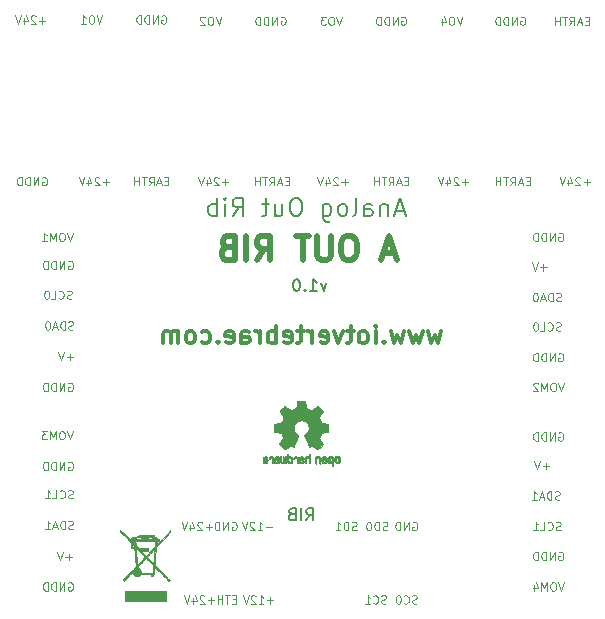
<source format=gbr>
%TF.GenerationSoftware,KiCad,Pcbnew,6.0.8+dfsg-1~bpo11+1*%
%TF.CreationDate,2022-10-31T17:37:34+01:00*%
%TF.ProjectId,rib4outAd_00,72696234-6f75-4744-9164-5f30302e6b69,rev?*%
%TF.SameCoordinates,Original*%
%TF.FileFunction,Legend,Bot*%
%TF.FilePolarity,Positive*%
%FSLAX46Y46*%
G04 Gerber Fmt 4.6, Leading zero omitted, Abs format (unit mm)*
G04 Created by KiCad (PCBNEW 6.0.8+dfsg-1~bpo11+1) date 2022-10-31 17:37:34*
%MOMM*%
%LPD*%
G01*
G04 APERTURE LIST*
%ADD10C,0.110000*%
%ADD11C,0.300000*%
%ADD12C,0.200000*%
%ADD13C,0.500000*%
%ADD14C,0.010000*%
G04 APERTURE END LIST*
D10*
X139983333Y-119050000D02*
X139750000Y-119050000D01*
X139650000Y-119416666D02*
X139983333Y-119416666D01*
X139983333Y-118716666D01*
X139650000Y-118716666D01*
X139450000Y-118716666D02*
X139050000Y-118716666D01*
X139250000Y-119416666D02*
X139250000Y-118716666D01*
X138816666Y-119416666D02*
X138816666Y-118716666D01*
X138816666Y-119050000D02*
X138416666Y-119050000D01*
X138416666Y-119416666D02*
X138416666Y-118716666D01*
D11*
X157357142Y-96378571D02*
X157071428Y-97378571D01*
X156785714Y-96664285D01*
X156500000Y-97378571D01*
X156214285Y-96378571D01*
X155785714Y-96378571D02*
X155500000Y-97378571D01*
X155214285Y-96664285D01*
X154928571Y-97378571D01*
X154642857Y-96378571D01*
X154214285Y-96378571D02*
X153928571Y-97378571D01*
X153642857Y-96664285D01*
X153357142Y-97378571D01*
X153071428Y-96378571D01*
X152500000Y-97235714D02*
X152428571Y-97307142D01*
X152500000Y-97378571D01*
X152571428Y-97307142D01*
X152500000Y-97235714D01*
X152500000Y-97378571D01*
X151785714Y-97378571D02*
X151785714Y-96378571D01*
X151785714Y-95878571D02*
X151857142Y-95950000D01*
X151785714Y-96021428D01*
X151714285Y-95950000D01*
X151785714Y-95878571D01*
X151785714Y-96021428D01*
X150857142Y-97378571D02*
X151000000Y-97307142D01*
X151071428Y-97235714D01*
X151142857Y-97092857D01*
X151142857Y-96664285D01*
X151071428Y-96521428D01*
X151000000Y-96450000D01*
X150857142Y-96378571D01*
X150642857Y-96378571D01*
X150500000Y-96450000D01*
X150428571Y-96521428D01*
X150357142Y-96664285D01*
X150357142Y-97092857D01*
X150428571Y-97235714D01*
X150500000Y-97307142D01*
X150642857Y-97378571D01*
X150857142Y-97378571D01*
X149928571Y-96378571D02*
X149357142Y-96378571D01*
X149714285Y-95878571D02*
X149714285Y-97164285D01*
X149642857Y-97307142D01*
X149500000Y-97378571D01*
X149357142Y-97378571D01*
X149000000Y-96378571D02*
X148642857Y-97378571D01*
X148285714Y-96378571D01*
X147142857Y-97307142D02*
X147285714Y-97378571D01*
X147571428Y-97378571D01*
X147714285Y-97307142D01*
X147785714Y-97164285D01*
X147785714Y-96592857D01*
X147714285Y-96450000D01*
X147571428Y-96378571D01*
X147285714Y-96378571D01*
X147142857Y-96450000D01*
X147071428Y-96592857D01*
X147071428Y-96735714D01*
X147785714Y-96878571D01*
X146428571Y-97378571D02*
X146428571Y-96378571D01*
X146428571Y-96664285D02*
X146357142Y-96521428D01*
X146285714Y-96450000D01*
X146142857Y-96378571D01*
X146000000Y-96378571D01*
X145714285Y-96378571D02*
X145142857Y-96378571D01*
X145500000Y-95878571D02*
X145500000Y-97164285D01*
X145428571Y-97307142D01*
X145285714Y-97378571D01*
X145142857Y-97378571D01*
X144071428Y-97307142D02*
X144214285Y-97378571D01*
X144500000Y-97378571D01*
X144642857Y-97307142D01*
X144714285Y-97164285D01*
X144714285Y-96592857D01*
X144642857Y-96450000D01*
X144500000Y-96378571D01*
X144214285Y-96378571D01*
X144071428Y-96450000D01*
X144000000Y-96592857D01*
X144000000Y-96735714D01*
X144714285Y-96878571D01*
X143357142Y-97378571D02*
X143357142Y-95878571D01*
X143357142Y-96450000D02*
X143214285Y-96378571D01*
X142928571Y-96378571D01*
X142785714Y-96450000D01*
X142714285Y-96521428D01*
X142642857Y-96664285D01*
X142642857Y-97092857D01*
X142714285Y-97235714D01*
X142785714Y-97307142D01*
X142928571Y-97378571D01*
X143214285Y-97378571D01*
X143357142Y-97307142D01*
X142000000Y-97378571D02*
X142000000Y-96378571D01*
X142000000Y-96664285D02*
X141928571Y-96521428D01*
X141857142Y-96450000D01*
X141714285Y-96378571D01*
X141571428Y-96378571D01*
X140428571Y-97378571D02*
X140428571Y-96592857D01*
X140500000Y-96450000D01*
X140642857Y-96378571D01*
X140928571Y-96378571D01*
X141071428Y-96450000D01*
X140428571Y-97307142D02*
X140571428Y-97378571D01*
X140928571Y-97378571D01*
X141071428Y-97307142D01*
X141142857Y-97164285D01*
X141142857Y-97021428D01*
X141071428Y-96878571D01*
X140928571Y-96807142D01*
X140571428Y-96807142D01*
X140428571Y-96735714D01*
X139142857Y-97307142D02*
X139285714Y-97378571D01*
X139571428Y-97378571D01*
X139714285Y-97307142D01*
X139785714Y-97164285D01*
X139785714Y-96592857D01*
X139714285Y-96450000D01*
X139571428Y-96378571D01*
X139285714Y-96378571D01*
X139142857Y-96450000D01*
X139071428Y-96592857D01*
X139071428Y-96735714D01*
X139785714Y-96878571D01*
X138428571Y-97235714D02*
X138357142Y-97307142D01*
X138428571Y-97378571D01*
X138500000Y-97307142D01*
X138428571Y-97235714D01*
X138428571Y-97378571D01*
X137071428Y-97307142D02*
X137214285Y-97378571D01*
X137500000Y-97378571D01*
X137642857Y-97307142D01*
X137714285Y-97235714D01*
X137785714Y-97092857D01*
X137785714Y-96664285D01*
X137714285Y-96521428D01*
X137642857Y-96450000D01*
X137500000Y-96378571D01*
X137214285Y-96378571D01*
X137071428Y-96450000D01*
X136214285Y-97378571D02*
X136357142Y-97307142D01*
X136428571Y-97235714D01*
X136500000Y-97092857D01*
X136500000Y-96664285D01*
X136428571Y-96521428D01*
X136357142Y-96450000D01*
X136214285Y-96378571D01*
X136000000Y-96378571D01*
X135857142Y-96450000D01*
X135785714Y-96521428D01*
X135714285Y-96664285D01*
X135714285Y-97092857D01*
X135785714Y-97235714D01*
X135857142Y-97307142D01*
X136000000Y-97378571D01*
X136214285Y-97378571D01*
X135071428Y-97378571D02*
X135071428Y-96378571D01*
X135071428Y-96521428D02*
X135000000Y-96450000D01*
X134857142Y-96378571D01*
X134642857Y-96378571D01*
X134500000Y-96450000D01*
X134428571Y-96592857D01*
X134428571Y-97378571D01*
X134428571Y-96592857D02*
X134357142Y-96450000D01*
X134214285Y-96378571D01*
X134000000Y-96378571D01*
X133857142Y-96450000D01*
X133785714Y-96592857D01*
X133785714Y-97378571D01*
D10*
X167483333Y-93783333D02*
X167383333Y-93816666D01*
X167216666Y-93816666D01*
X167150000Y-93783333D01*
X167116666Y-93750000D01*
X167083333Y-93683333D01*
X167083333Y-93616666D01*
X167116666Y-93550000D01*
X167150000Y-93516666D01*
X167216666Y-93483333D01*
X167350000Y-93450000D01*
X167416666Y-93416666D01*
X167450000Y-93383333D01*
X167483333Y-93316666D01*
X167483333Y-93250000D01*
X167450000Y-93183333D01*
X167416666Y-93150000D01*
X167350000Y-93116666D01*
X167183333Y-93116666D01*
X167083333Y-93150000D01*
X166783333Y-93816666D02*
X166783333Y-93116666D01*
X166616666Y-93116666D01*
X166516666Y-93150000D01*
X166450000Y-93216666D01*
X166416666Y-93283333D01*
X166383333Y-93416666D01*
X166383333Y-93516666D01*
X166416666Y-93650000D01*
X166450000Y-93716666D01*
X166516666Y-93783333D01*
X166616666Y-93816666D01*
X166783333Y-93816666D01*
X166116666Y-93616666D02*
X165783333Y-93616666D01*
X166183333Y-93816666D02*
X165950000Y-93116666D01*
X165716666Y-93816666D01*
X165350000Y-93116666D02*
X165283333Y-93116666D01*
X165216666Y-93150000D01*
X165183333Y-93183333D01*
X165150000Y-93250000D01*
X165116666Y-93383333D01*
X165116666Y-93550000D01*
X165150000Y-93683333D01*
X165183333Y-93750000D01*
X165216666Y-93783333D01*
X165283333Y-93816666D01*
X165350000Y-93816666D01*
X165416666Y-93783333D01*
X165450000Y-93750000D01*
X165483333Y-93683333D01*
X165516666Y-93550000D01*
X165516666Y-93383333D01*
X165483333Y-93250000D01*
X165450000Y-93183333D01*
X165416666Y-93150000D01*
X165350000Y-93116666D01*
X154533333Y-83650000D02*
X154300000Y-83650000D01*
X154200000Y-84016666D02*
X154533333Y-84016666D01*
X154533333Y-83316666D01*
X154200000Y-83316666D01*
X153933333Y-83816666D02*
X153600000Y-83816666D01*
X154000000Y-84016666D02*
X153766666Y-83316666D01*
X153533333Y-84016666D01*
X152900000Y-84016666D02*
X153133333Y-83683333D01*
X153300000Y-84016666D02*
X153300000Y-83316666D01*
X153033333Y-83316666D01*
X152966666Y-83350000D01*
X152933333Y-83383333D01*
X152900000Y-83450000D01*
X152900000Y-83550000D01*
X152933333Y-83616666D01*
X152966666Y-83650000D01*
X153033333Y-83683333D01*
X153300000Y-83683333D01*
X152700000Y-83316666D02*
X152300000Y-83316666D01*
X152500000Y-84016666D02*
X152500000Y-83316666D01*
X152066666Y-84016666D02*
X152066666Y-83316666D01*
X152066666Y-83650000D02*
X151666666Y-83650000D01*
X151666666Y-84016666D02*
X151666666Y-83316666D01*
X125783333Y-107450000D02*
X125850000Y-107416666D01*
X125950000Y-107416666D01*
X126050000Y-107450000D01*
X126116666Y-107516666D01*
X126150000Y-107583333D01*
X126183333Y-107716666D01*
X126183333Y-107816666D01*
X126150000Y-107950000D01*
X126116666Y-108016666D01*
X126050000Y-108083333D01*
X125950000Y-108116666D01*
X125883333Y-108116666D01*
X125783333Y-108083333D01*
X125750000Y-108050000D01*
X125750000Y-107816666D01*
X125883333Y-107816666D01*
X125450000Y-108116666D02*
X125450000Y-107416666D01*
X125050000Y-108116666D01*
X125050000Y-107416666D01*
X124716666Y-108116666D02*
X124716666Y-107416666D01*
X124550000Y-107416666D01*
X124450000Y-107450000D01*
X124383333Y-107516666D01*
X124350000Y-107583333D01*
X124316666Y-107716666D01*
X124316666Y-107816666D01*
X124350000Y-107950000D01*
X124383333Y-108016666D01*
X124450000Y-108083333D01*
X124550000Y-108116666D01*
X124716666Y-108116666D01*
X124016666Y-108116666D02*
X124016666Y-107416666D01*
X123850000Y-107416666D01*
X123750000Y-107450000D01*
X123683333Y-107516666D01*
X123650000Y-107583333D01*
X123616666Y-107716666D01*
X123616666Y-107816666D01*
X123650000Y-107950000D01*
X123683333Y-108016666D01*
X123750000Y-108083333D01*
X123850000Y-108116666D01*
X124016666Y-108116666D01*
X126133333Y-104816666D02*
X125900000Y-105516666D01*
X125666666Y-104816666D01*
X125300000Y-104816666D02*
X125166666Y-104816666D01*
X125100000Y-104850000D01*
X125033333Y-104916666D01*
X125000000Y-105050000D01*
X125000000Y-105283333D01*
X125033333Y-105416666D01*
X125100000Y-105483333D01*
X125166666Y-105516666D01*
X125300000Y-105516666D01*
X125366666Y-105483333D01*
X125433333Y-105416666D01*
X125466666Y-105283333D01*
X125466666Y-105050000D01*
X125433333Y-104916666D01*
X125366666Y-104850000D01*
X125300000Y-104816666D01*
X124700000Y-105516666D02*
X124700000Y-104816666D01*
X124466666Y-105316666D01*
X124233333Y-104816666D01*
X124233333Y-105516666D01*
X123966666Y-104816666D02*
X123533333Y-104816666D01*
X123766666Y-105083333D01*
X123666666Y-105083333D01*
X123600000Y-105116666D01*
X123566666Y-105150000D01*
X123533333Y-105216666D01*
X123533333Y-105383333D01*
X123566666Y-105450000D01*
X123600000Y-105483333D01*
X123666666Y-105516666D01*
X123866666Y-105516666D01*
X123933333Y-105483333D01*
X123966666Y-105450000D01*
X167283333Y-88050000D02*
X167350000Y-88016666D01*
X167450000Y-88016666D01*
X167550000Y-88050000D01*
X167616666Y-88116666D01*
X167650000Y-88183333D01*
X167683333Y-88316666D01*
X167683333Y-88416666D01*
X167650000Y-88550000D01*
X167616666Y-88616666D01*
X167550000Y-88683333D01*
X167450000Y-88716666D01*
X167383333Y-88716666D01*
X167283333Y-88683333D01*
X167250000Y-88650000D01*
X167250000Y-88416666D01*
X167383333Y-88416666D01*
X166950000Y-88716666D02*
X166950000Y-88016666D01*
X166550000Y-88716666D01*
X166550000Y-88016666D01*
X166216666Y-88716666D02*
X166216666Y-88016666D01*
X166050000Y-88016666D01*
X165950000Y-88050000D01*
X165883333Y-88116666D01*
X165850000Y-88183333D01*
X165816666Y-88316666D01*
X165816666Y-88416666D01*
X165850000Y-88550000D01*
X165883333Y-88616666D01*
X165950000Y-88683333D01*
X166050000Y-88716666D01*
X166216666Y-88716666D01*
X165516666Y-88716666D02*
X165516666Y-88016666D01*
X165350000Y-88016666D01*
X165250000Y-88050000D01*
X165183333Y-88116666D01*
X165150000Y-88183333D01*
X165116666Y-88316666D01*
X165116666Y-88416666D01*
X165150000Y-88550000D01*
X165183333Y-88616666D01*
X165250000Y-88683333D01*
X165350000Y-88716666D01*
X165516666Y-88716666D01*
X126183333Y-96183333D02*
X126083333Y-96216666D01*
X125916666Y-96216666D01*
X125850000Y-96183333D01*
X125816666Y-96150000D01*
X125783333Y-96083333D01*
X125783333Y-96016666D01*
X125816666Y-95950000D01*
X125850000Y-95916666D01*
X125916666Y-95883333D01*
X126050000Y-95850000D01*
X126116666Y-95816666D01*
X126150000Y-95783333D01*
X126183333Y-95716666D01*
X126183333Y-95650000D01*
X126150000Y-95583333D01*
X126116666Y-95550000D01*
X126050000Y-95516666D01*
X125883333Y-95516666D01*
X125783333Y-95550000D01*
X125483333Y-96216666D02*
X125483333Y-95516666D01*
X125316666Y-95516666D01*
X125216666Y-95550000D01*
X125150000Y-95616666D01*
X125116666Y-95683333D01*
X125083333Y-95816666D01*
X125083333Y-95916666D01*
X125116666Y-96050000D01*
X125150000Y-96116666D01*
X125216666Y-96183333D01*
X125316666Y-96216666D01*
X125483333Y-96216666D01*
X124816666Y-96016666D02*
X124483333Y-96016666D01*
X124883333Y-96216666D02*
X124650000Y-95516666D01*
X124416666Y-96216666D01*
X124050000Y-95516666D02*
X123983333Y-95516666D01*
X123916666Y-95550000D01*
X123883333Y-95583333D01*
X123850000Y-95650000D01*
X123816666Y-95783333D01*
X123816666Y-95950000D01*
X123850000Y-96083333D01*
X123883333Y-96150000D01*
X123916666Y-96183333D01*
X123983333Y-96216666D01*
X124050000Y-96216666D01*
X124116666Y-96183333D01*
X124150000Y-96150000D01*
X124183333Y-96083333D01*
X124216666Y-95950000D01*
X124216666Y-95783333D01*
X124183333Y-95650000D01*
X124150000Y-95583333D01*
X124116666Y-95550000D01*
X124050000Y-95516666D01*
X167283333Y-115050000D02*
X167350000Y-115016666D01*
X167450000Y-115016666D01*
X167550000Y-115050000D01*
X167616666Y-115116666D01*
X167650000Y-115183333D01*
X167683333Y-115316666D01*
X167683333Y-115416666D01*
X167650000Y-115550000D01*
X167616666Y-115616666D01*
X167550000Y-115683333D01*
X167450000Y-115716666D01*
X167383333Y-115716666D01*
X167283333Y-115683333D01*
X167250000Y-115650000D01*
X167250000Y-115416666D01*
X167383333Y-115416666D01*
X166950000Y-115716666D02*
X166950000Y-115016666D01*
X166550000Y-115716666D01*
X166550000Y-115016666D01*
X166216666Y-115716666D02*
X166216666Y-115016666D01*
X166050000Y-115016666D01*
X165950000Y-115050000D01*
X165883333Y-115116666D01*
X165850000Y-115183333D01*
X165816666Y-115316666D01*
X165816666Y-115416666D01*
X165850000Y-115550000D01*
X165883333Y-115616666D01*
X165950000Y-115683333D01*
X166050000Y-115716666D01*
X166216666Y-115716666D01*
X165516666Y-115716666D02*
X165516666Y-115016666D01*
X165350000Y-115016666D01*
X165250000Y-115050000D01*
X165183333Y-115116666D01*
X165150000Y-115183333D01*
X165116666Y-115316666D01*
X165116666Y-115416666D01*
X165150000Y-115550000D01*
X165183333Y-115616666D01*
X165250000Y-115683333D01*
X165350000Y-115716666D01*
X165516666Y-115716666D01*
X126166666Y-98550000D02*
X125633333Y-98550000D01*
X125900000Y-98816666D02*
X125900000Y-98283333D01*
X125400000Y-98116666D02*
X125166666Y-98816666D01*
X124933333Y-98116666D01*
X126066666Y-115450000D02*
X125533333Y-115450000D01*
X125800000Y-115716666D02*
X125800000Y-115183333D01*
X125300000Y-115016666D02*
X125066666Y-115716666D01*
X124833333Y-115016666D01*
X137933333Y-112950000D02*
X137400000Y-112950000D01*
X137666666Y-113216666D02*
X137666666Y-112683333D01*
X137100000Y-112583333D02*
X137066666Y-112550000D01*
X137000000Y-112516666D01*
X136833333Y-112516666D01*
X136766666Y-112550000D01*
X136733333Y-112583333D01*
X136700000Y-112650000D01*
X136700000Y-112716666D01*
X136733333Y-112816666D01*
X137133333Y-113216666D01*
X136700000Y-113216666D01*
X136100000Y-112750000D02*
X136100000Y-113216666D01*
X136266666Y-112483333D02*
X136433333Y-112983333D01*
X136000000Y-112983333D01*
X135833333Y-112516666D02*
X135600000Y-113216666D01*
X135366666Y-112516666D01*
X169933333Y-83750000D02*
X169400000Y-83750000D01*
X169666666Y-84016666D02*
X169666666Y-83483333D01*
X169100000Y-83383333D02*
X169066666Y-83350000D01*
X169000000Y-83316666D01*
X168833333Y-83316666D01*
X168766666Y-83350000D01*
X168733333Y-83383333D01*
X168700000Y-83450000D01*
X168700000Y-83516666D01*
X168733333Y-83616666D01*
X169133333Y-84016666D01*
X168700000Y-84016666D01*
X168100000Y-83550000D02*
X168100000Y-84016666D01*
X168266666Y-83283333D02*
X168433333Y-83783333D01*
X168000000Y-83783333D01*
X167833333Y-83316666D02*
X167600000Y-84016666D01*
X167366666Y-83316666D01*
X150183333Y-113183333D02*
X150083333Y-113216666D01*
X149916666Y-113216666D01*
X149850000Y-113183333D01*
X149816666Y-113150000D01*
X149783333Y-113083333D01*
X149783333Y-113016666D01*
X149816666Y-112950000D01*
X149850000Y-112916666D01*
X149916666Y-112883333D01*
X150050000Y-112850000D01*
X150116666Y-112816666D01*
X150150000Y-112783333D01*
X150183333Y-112716666D01*
X150183333Y-112650000D01*
X150150000Y-112583333D01*
X150116666Y-112550000D01*
X150050000Y-112516666D01*
X149883333Y-112516666D01*
X149783333Y-112550000D01*
X149483333Y-113216666D02*
X149483333Y-112516666D01*
X149316666Y-112516666D01*
X149216666Y-112550000D01*
X149150000Y-112616666D01*
X149116666Y-112683333D01*
X149083333Y-112816666D01*
X149083333Y-112916666D01*
X149116666Y-113050000D01*
X149150000Y-113116666D01*
X149216666Y-113183333D01*
X149316666Y-113216666D01*
X149483333Y-113216666D01*
X148416666Y-113216666D02*
X148816666Y-113216666D01*
X148616666Y-113216666D02*
X148616666Y-112516666D01*
X148683333Y-112616666D01*
X148750000Y-112683333D01*
X148816666Y-112716666D01*
X167466666Y-96283333D02*
X167366666Y-96316666D01*
X167200000Y-96316666D01*
X167133333Y-96283333D01*
X167100000Y-96250000D01*
X167066666Y-96183333D01*
X167066666Y-96116666D01*
X167100000Y-96050000D01*
X167133333Y-96016666D01*
X167200000Y-95983333D01*
X167333333Y-95950000D01*
X167400000Y-95916666D01*
X167433333Y-95883333D01*
X167466666Y-95816666D01*
X167466666Y-95750000D01*
X167433333Y-95683333D01*
X167400000Y-95650000D01*
X167333333Y-95616666D01*
X167166666Y-95616666D01*
X167066666Y-95650000D01*
X166366666Y-96250000D02*
X166400000Y-96283333D01*
X166500000Y-96316666D01*
X166566666Y-96316666D01*
X166666666Y-96283333D01*
X166733333Y-96216666D01*
X166766666Y-96150000D01*
X166800000Y-96016666D01*
X166800000Y-95916666D01*
X166766666Y-95783333D01*
X166733333Y-95716666D01*
X166666666Y-95650000D01*
X166566666Y-95616666D01*
X166500000Y-95616666D01*
X166400000Y-95650000D01*
X166366666Y-95683333D01*
X165733333Y-96316666D02*
X166066666Y-96316666D01*
X166066666Y-95616666D01*
X165366666Y-95616666D02*
X165300000Y-95616666D01*
X165233333Y-95650000D01*
X165200000Y-95683333D01*
X165166666Y-95750000D01*
X165133333Y-95883333D01*
X165133333Y-96050000D01*
X165166666Y-96183333D01*
X165200000Y-96250000D01*
X165233333Y-96283333D01*
X165300000Y-96316666D01*
X165366666Y-96316666D01*
X165433333Y-96283333D01*
X165466666Y-96250000D01*
X165500000Y-96183333D01*
X165533333Y-96050000D01*
X165533333Y-95883333D01*
X165500000Y-95750000D01*
X165466666Y-95683333D01*
X165433333Y-95650000D01*
X165366666Y-95616666D01*
X125783333Y-117650000D02*
X125850000Y-117616666D01*
X125950000Y-117616666D01*
X126050000Y-117650000D01*
X126116666Y-117716666D01*
X126150000Y-117783333D01*
X126183333Y-117916666D01*
X126183333Y-118016666D01*
X126150000Y-118150000D01*
X126116666Y-118216666D01*
X126050000Y-118283333D01*
X125950000Y-118316666D01*
X125883333Y-118316666D01*
X125783333Y-118283333D01*
X125750000Y-118250000D01*
X125750000Y-118016666D01*
X125883333Y-118016666D01*
X125450000Y-118316666D02*
X125450000Y-117616666D01*
X125050000Y-118316666D01*
X125050000Y-117616666D01*
X124716666Y-118316666D02*
X124716666Y-117616666D01*
X124550000Y-117616666D01*
X124450000Y-117650000D01*
X124383333Y-117716666D01*
X124350000Y-117783333D01*
X124316666Y-117916666D01*
X124316666Y-118016666D01*
X124350000Y-118150000D01*
X124383333Y-118216666D01*
X124450000Y-118283333D01*
X124550000Y-118316666D01*
X124716666Y-118316666D01*
X124016666Y-118316666D02*
X124016666Y-117616666D01*
X123850000Y-117616666D01*
X123750000Y-117650000D01*
X123683333Y-117716666D01*
X123650000Y-117783333D01*
X123616666Y-117916666D01*
X123616666Y-118016666D01*
X123650000Y-118150000D01*
X123683333Y-118216666D01*
X123750000Y-118283333D01*
X123850000Y-118316666D01*
X124016666Y-118316666D01*
D12*
X154185714Y-86150000D02*
X153471428Y-86150000D01*
X154328571Y-86578571D02*
X153828571Y-85078571D01*
X153328571Y-86578571D01*
X152828571Y-85578571D02*
X152828571Y-86578571D01*
X152828571Y-85721428D02*
X152757142Y-85650000D01*
X152614285Y-85578571D01*
X152400000Y-85578571D01*
X152257142Y-85650000D01*
X152185714Y-85792857D01*
X152185714Y-86578571D01*
X150828571Y-86578571D02*
X150828571Y-85792857D01*
X150900000Y-85650000D01*
X151042857Y-85578571D01*
X151328571Y-85578571D01*
X151471428Y-85650000D01*
X150828571Y-86507142D02*
X150971428Y-86578571D01*
X151328571Y-86578571D01*
X151471428Y-86507142D01*
X151542857Y-86364285D01*
X151542857Y-86221428D01*
X151471428Y-86078571D01*
X151328571Y-86007142D01*
X150971428Y-86007142D01*
X150828571Y-85935714D01*
X149900000Y-86578571D02*
X150042857Y-86507142D01*
X150114285Y-86364285D01*
X150114285Y-85078571D01*
X149114285Y-86578571D02*
X149257142Y-86507142D01*
X149328571Y-86435714D01*
X149400000Y-86292857D01*
X149400000Y-85864285D01*
X149328571Y-85721428D01*
X149257142Y-85650000D01*
X149114285Y-85578571D01*
X148900000Y-85578571D01*
X148757142Y-85650000D01*
X148685714Y-85721428D01*
X148614285Y-85864285D01*
X148614285Y-86292857D01*
X148685714Y-86435714D01*
X148757142Y-86507142D01*
X148900000Y-86578571D01*
X149114285Y-86578571D01*
X147328571Y-85578571D02*
X147328571Y-86792857D01*
X147400000Y-86935714D01*
X147471428Y-87007142D01*
X147614285Y-87078571D01*
X147828571Y-87078571D01*
X147971428Y-87007142D01*
X147328571Y-86507142D02*
X147471428Y-86578571D01*
X147757142Y-86578571D01*
X147900000Y-86507142D01*
X147971428Y-86435714D01*
X148042857Y-86292857D01*
X148042857Y-85864285D01*
X147971428Y-85721428D01*
X147900000Y-85650000D01*
X147757142Y-85578571D01*
X147471428Y-85578571D01*
X147328571Y-85650000D01*
X145185714Y-85078571D02*
X144900000Y-85078571D01*
X144757142Y-85150000D01*
X144614285Y-85292857D01*
X144542857Y-85578571D01*
X144542857Y-86078571D01*
X144614285Y-86364285D01*
X144757142Y-86507142D01*
X144900000Y-86578571D01*
X145185714Y-86578571D01*
X145328571Y-86507142D01*
X145471428Y-86364285D01*
X145542857Y-86078571D01*
X145542857Y-85578571D01*
X145471428Y-85292857D01*
X145328571Y-85150000D01*
X145185714Y-85078571D01*
X143257142Y-85578571D02*
X143257142Y-86578571D01*
X143900000Y-85578571D02*
X143900000Y-86364285D01*
X143828571Y-86507142D01*
X143685714Y-86578571D01*
X143471428Y-86578571D01*
X143328571Y-86507142D01*
X143257142Y-86435714D01*
X142757142Y-85578571D02*
X142185714Y-85578571D01*
X142542857Y-85078571D02*
X142542857Y-86364285D01*
X142471428Y-86507142D01*
X142328571Y-86578571D01*
X142185714Y-86578571D01*
X139685714Y-86578571D02*
X140185714Y-85864285D01*
X140542857Y-86578571D02*
X140542857Y-85078571D01*
X139971428Y-85078571D01*
X139828571Y-85150000D01*
X139757142Y-85221428D01*
X139685714Y-85364285D01*
X139685714Y-85578571D01*
X139757142Y-85721428D01*
X139828571Y-85792857D01*
X139971428Y-85864285D01*
X140542857Y-85864285D01*
X139042857Y-86578571D02*
X139042857Y-85578571D01*
X139042857Y-85078571D02*
X139114285Y-85150000D01*
X139042857Y-85221428D01*
X138971428Y-85150000D01*
X139042857Y-85078571D01*
X139042857Y-85221428D01*
X138328571Y-86578571D02*
X138328571Y-85078571D01*
X138328571Y-85650000D02*
X138185714Y-85578571D01*
X137900000Y-85578571D01*
X137757142Y-85650000D01*
X137685714Y-85721428D01*
X137614285Y-85864285D01*
X137614285Y-86292857D01*
X137685714Y-86435714D01*
X137757142Y-86507142D01*
X137900000Y-86578571D01*
X138185714Y-86578571D01*
X138328571Y-86507142D01*
D10*
X167733333Y-117616666D02*
X167500000Y-118316666D01*
X167266666Y-117616666D01*
X166900000Y-117616666D02*
X166766666Y-117616666D01*
X166700000Y-117650000D01*
X166633333Y-117716666D01*
X166600000Y-117850000D01*
X166600000Y-118083333D01*
X166633333Y-118216666D01*
X166700000Y-118283333D01*
X166766666Y-118316666D01*
X166900000Y-118316666D01*
X166966666Y-118283333D01*
X167033333Y-118216666D01*
X167066666Y-118083333D01*
X167066666Y-117850000D01*
X167033333Y-117716666D01*
X166966666Y-117650000D01*
X166900000Y-117616666D01*
X166300000Y-118316666D02*
X166300000Y-117616666D01*
X166066666Y-118116666D01*
X165833333Y-117616666D01*
X165833333Y-118316666D01*
X165200000Y-117850000D02*
X165200000Y-118316666D01*
X165366666Y-117583333D02*
X165533333Y-118083333D01*
X165100000Y-118083333D01*
X143033333Y-112950000D02*
X142500000Y-112950000D01*
X141800000Y-113216666D02*
X142200000Y-113216666D01*
X142000000Y-113216666D02*
X142000000Y-112516666D01*
X142066666Y-112616666D01*
X142133333Y-112683333D01*
X142200000Y-112716666D01*
X141533333Y-112583333D02*
X141500000Y-112550000D01*
X141433333Y-112516666D01*
X141266666Y-112516666D01*
X141200000Y-112550000D01*
X141166666Y-112583333D01*
X141133333Y-112650000D01*
X141133333Y-112716666D01*
X141166666Y-112816666D01*
X141566666Y-113216666D01*
X141133333Y-113216666D01*
X140933333Y-112516666D02*
X140700000Y-113216666D01*
X140466666Y-112516666D01*
X123833333Y-70050000D02*
X123300000Y-70050000D01*
X123566666Y-70316666D02*
X123566666Y-69783333D01*
X123000000Y-69683333D02*
X122966666Y-69650000D01*
X122900000Y-69616666D01*
X122733333Y-69616666D01*
X122666666Y-69650000D01*
X122633333Y-69683333D01*
X122600000Y-69750000D01*
X122600000Y-69816666D01*
X122633333Y-69916666D01*
X123033333Y-70316666D01*
X122600000Y-70316666D01*
X122000000Y-69850000D02*
X122000000Y-70316666D01*
X122166666Y-69583333D02*
X122333333Y-70083333D01*
X121900000Y-70083333D01*
X121733333Y-69616666D02*
X121500000Y-70316666D01*
X121266666Y-69616666D01*
X167733333Y-100716666D02*
X167500000Y-101416666D01*
X167266666Y-100716666D01*
X166900000Y-100716666D02*
X166766666Y-100716666D01*
X166700000Y-100750000D01*
X166633333Y-100816666D01*
X166600000Y-100950000D01*
X166600000Y-101183333D01*
X166633333Y-101316666D01*
X166700000Y-101383333D01*
X166766666Y-101416666D01*
X166900000Y-101416666D01*
X166966666Y-101383333D01*
X167033333Y-101316666D01*
X167066666Y-101183333D01*
X167066666Y-100950000D01*
X167033333Y-100816666D01*
X166966666Y-100750000D01*
X166900000Y-100716666D01*
X166300000Y-101416666D02*
X166300000Y-100716666D01*
X166066666Y-101216666D01*
X165833333Y-100716666D01*
X165833333Y-101416666D01*
X165533333Y-100783333D02*
X165500000Y-100750000D01*
X165433333Y-100716666D01*
X165266666Y-100716666D01*
X165200000Y-100750000D01*
X165166666Y-100783333D01*
X165133333Y-100850000D01*
X165133333Y-100916666D01*
X165166666Y-101016666D01*
X165566666Y-101416666D01*
X165133333Y-101416666D01*
X125783333Y-90450000D02*
X125850000Y-90416666D01*
X125950000Y-90416666D01*
X126050000Y-90450000D01*
X126116666Y-90516666D01*
X126150000Y-90583333D01*
X126183333Y-90716666D01*
X126183333Y-90816666D01*
X126150000Y-90950000D01*
X126116666Y-91016666D01*
X126050000Y-91083333D01*
X125950000Y-91116666D01*
X125883333Y-91116666D01*
X125783333Y-91083333D01*
X125750000Y-91050000D01*
X125750000Y-90816666D01*
X125883333Y-90816666D01*
X125450000Y-91116666D02*
X125450000Y-90416666D01*
X125050000Y-91116666D01*
X125050000Y-90416666D01*
X124716666Y-91116666D02*
X124716666Y-90416666D01*
X124550000Y-90416666D01*
X124450000Y-90450000D01*
X124383333Y-90516666D01*
X124350000Y-90583333D01*
X124316666Y-90716666D01*
X124316666Y-90816666D01*
X124350000Y-90950000D01*
X124383333Y-91016666D01*
X124450000Y-91083333D01*
X124550000Y-91116666D01*
X124716666Y-91116666D01*
X124016666Y-91116666D02*
X124016666Y-90416666D01*
X123850000Y-90416666D01*
X123750000Y-90450000D01*
X123683333Y-90516666D01*
X123650000Y-90583333D01*
X123616666Y-90716666D01*
X123616666Y-90816666D01*
X123650000Y-90950000D01*
X123683333Y-91016666D01*
X123750000Y-91083333D01*
X123850000Y-91116666D01*
X124016666Y-91116666D01*
X152783333Y-113183333D02*
X152683333Y-113216666D01*
X152516666Y-113216666D01*
X152450000Y-113183333D01*
X152416666Y-113150000D01*
X152383333Y-113083333D01*
X152383333Y-113016666D01*
X152416666Y-112950000D01*
X152450000Y-112916666D01*
X152516666Y-112883333D01*
X152650000Y-112850000D01*
X152716666Y-112816666D01*
X152750000Y-112783333D01*
X152783333Y-112716666D01*
X152783333Y-112650000D01*
X152750000Y-112583333D01*
X152716666Y-112550000D01*
X152650000Y-112516666D01*
X152483333Y-112516666D01*
X152383333Y-112550000D01*
X152083333Y-113216666D02*
X152083333Y-112516666D01*
X151916666Y-112516666D01*
X151816666Y-112550000D01*
X151750000Y-112616666D01*
X151716666Y-112683333D01*
X151683333Y-112816666D01*
X151683333Y-112916666D01*
X151716666Y-113050000D01*
X151750000Y-113116666D01*
X151816666Y-113183333D01*
X151916666Y-113216666D01*
X152083333Y-113216666D01*
X151250000Y-112516666D02*
X151183333Y-112516666D01*
X151116666Y-112550000D01*
X151083333Y-112583333D01*
X151050000Y-112650000D01*
X151016666Y-112783333D01*
X151016666Y-112950000D01*
X151050000Y-113083333D01*
X151083333Y-113150000D01*
X151116666Y-113183333D01*
X151183333Y-113216666D01*
X151250000Y-113216666D01*
X151316666Y-113183333D01*
X151350000Y-113150000D01*
X151383333Y-113083333D01*
X151416666Y-112950000D01*
X151416666Y-112783333D01*
X151383333Y-112650000D01*
X151350000Y-112583333D01*
X151316666Y-112550000D01*
X151250000Y-112516666D01*
X167383333Y-110583333D02*
X167283333Y-110616666D01*
X167116666Y-110616666D01*
X167050000Y-110583333D01*
X167016666Y-110550000D01*
X166983333Y-110483333D01*
X166983333Y-110416666D01*
X167016666Y-110350000D01*
X167050000Y-110316666D01*
X167116666Y-110283333D01*
X167250000Y-110250000D01*
X167316666Y-110216666D01*
X167350000Y-110183333D01*
X167383333Y-110116666D01*
X167383333Y-110050000D01*
X167350000Y-109983333D01*
X167316666Y-109950000D01*
X167250000Y-109916666D01*
X167083333Y-109916666D01*
X166983333Y-109950000D01*
X166683333Y-110616666D02*
X166683333Y-109916666D01*
X166516666Y-109916666D01*
X166416666Y-109950000D01*
X166350000Y-110016666D01*
X166316666Y-110083333D01*
X166283333Y-110216666D01*
X166283333Y-110316666D01*
X166316666Y-110450000D01*
X166350000Y-110516666D01*
X166416666Y-110583333D01*
X166516666Y-110616666D01*
X166683333Y-110616666D01*
X166016666Y-110416666D02*
X165683333Y-110416666D01*
X166083333Y-110616666D02*
X165850000Y-109916666D01*
X165616666Y-110616666D01*
X165016666Y-110616666D02*
X165416666Y-110616666D01*
X165216666Y-110616666D02*
X165216666Y-109916666D01*
X165283333Y-110016666D01*
X165350000Y-110083333D01*
X165416666Y-110116666D01*
X166466666Y-107750000D02*
X165933333Y-107750000D01*
X166200000Y-108016666D02*
X166200000Y-107483333D01*
X165700000Y-107316666D02*
X165466666Y-108016666D01*
X165233333Y-107316666D01*
X125783333Y-100750000D02*
X125850000Y-100716666D01*
X125950000Y-100716666D01*
X126050000Y-100750000D01*
X126116666Y-100816666D01*
X126150000Y-100883333D01*
X126183333Y-101016666D01*
X126183333Y-101116666D01*
X126150000Y-101250000D01*
X126116666Y-101316666D01*
X126050000Y-101383333D01*
X125950000Y-101416666D01*
X125883333Y-101416666D01*
X125783333Y-101383333D01*
X125750000Y-101350000D01*
X125750000Y-101116666D01*
X125883333Y-101116666D01*
X125450000Y-101416666D02*
X125450000Y-100716666D01*
X125050000Y-101416666D01*
X125050000Y-100716666D01*
X124716666Y-101416666D02*
X124716666Y-100716666D01*
X124550000Y-100716666D01*
X124450000Y-100750000D01*
X124383333Y-100816666D01*
X124350000Y-100883333D01*
X124316666Y-101016666D01*
X124316666Y-101116666D01*
X124350000Y-101250000D01*
X124383333Y-101316666D01*
X124450000Y-101383333D01*
X124550000Y-101416666D01*
X124716666Y-101416666D01*
X124016666Y-101416666D02*
X124016666Y-100716666D01*
X123850000Y-100716666D01*
X123750000Y-100750000D01*
X123683333Y-100816666D01*
X123650000Y-100883333D01*
X123616666Y-101016666D01*
X123616666Y-101116666D01*
X123650000Y-101250000D01*
X123683333Y-101316666D01*
X123750000Y-101383333D01*
X123850000Y-101416666D01*
X124016666Y-101416666D01*
X143783333Y-69750000D02*
X143850000Y-69716666D01*
X143950000Y-69716666D01*
X144050000Y-69750000D01*
X144116666Y-69816666D01*
X144150000Y-69883333D01*
X144183333Y-70016666D01*
X144183333Y-70116666D01*
X144150000Y-70250000D01*
X144116666Y-70316666D01*
X144050000Y-70383333D01*
X143950000Y-70416666D01*
X143883333Y-70416666D01*
X143783333Y-70383333D01*
X143750000Y-70350000D01*
X143750000Y-70116666D01*
X143883333Y-70116666D01*
X143450000Y-70416666D02*
X143450000Y-69716666D01*
X143050000Y-70416666D01*
X143050000Y-69716666D01*
X142716666Y-70416666D02*
X142716666Y-69716666D01*
X142550000Y-69716666D01*
X142450000Y-69750000D01*
X142383333Y-69816666D01*
X142350000Y-69883333D01*
X142316666Y-70016666D01*
X142316666Y-70116666D01*
X142350000Y-70250000D01*
X142383333Y-70316666D01*
X142450000Y-70383333D01*
X142550000Y-70416666D01*
X142716666Y-70416666D01*
X142016666Y-70416666D02*
X142016666Y-69716666D01*
X141850000Y-69716666D01*
X141750000Y-69750000D01*
X141683333Y-69816666D01*
X141650000Y-69883333D01*
X141616666Y-70016666D01*
X141616666Y-70116666D01*
X141650000Y-70250000D01*
X141683333Y-70316666D01*
X141750000Y-70383333D01*
X141850000Y-70416666D01*
X142016666Y-70416666D01*
X164083333Y-69750000D02*
X164150000Y-69716666D01*
X164250000Y-69716666D01*
X164350000Y-69750000D01*
X164416666Y-69816666D01*
X164450000Y-69883333D01*
X164483333Y-70016666D01*
X164483333Y-70116666D01*
X164450000Y-70250000D01*
X164416666Y-70316666D01*
X164350000Y-70383333D01*
X164250000Y-70416666D01*
X164183333Y-70416666D01*
X164083333Y-70383333D01*
X164050000Y-70350000D01*
X164050000Y-70116666D01*
X164183333Y-70116666D01*
X163750000Y-70416666D02*
X163750000Y-69716666D01*
X163350000Y-70416666D01*
X163350000Y-69716666D01*
X163016666Y-70416666D02*
X163016666Y-69716666D01*
X162850000Y-69716666D01*
X162750000Y-69750000D01*
X162683333Y-69816666D01*
X162650000Y-69883333D01*
X162616666Y-70016666D01*
X162616666Y-70116666D01*
X162650000Y-70250000D01*
X162683333Y-70316666D01*
X162750000Y-70383333D01*
X162850000Y-70416666D01*
X163016666Y-70416666D01*
X162316666Y-70416666D02*
X162316666Y-69716666D01*
X162150000Y-69716666D01*
X162050000Y-69750000D01*
X161983333Y-69816666D01*
X161950000Y-69883333D01*
X161916666Y-70016666D01*
X161916666Y-70116666D01*
X161950000Y-70250000D01*
X161983333Y-70316666D01*
X162050000Y-70383333D01*
X162150000Y-70416666D01*
X162316666Y-70416666D01*
X126133333Y-88016666D02*
X125900000Y-88716666D01*
X125666666Y-88016666D01*
X125300000Y-88016666D02*
X125166666Y-88016666D01*
X125100000Y-88050000D01*
X125033333Y-88116666D01*
X125000000Y-88250000D01*
X125000000Y-88483333D01*
X125033333Y-88616666D01*
X125100000Y-88683333D01*
X125166666Y-88716666D01*
X125300000Y-88716666D01*
X125366666Y-88683333D01*
X125433333Y-88616666D01*
X125466666Y-88483333D01*
X125466666Y-88250000D01*
X125433333Y-88116666D01*
X125366666Y-88050000D01*
X125300000Y-88016666D01*
X124700000Y-88716666D02*
X124700000Y-88016666D01*
X124466666Y-88516666D01*
X124233333Y-88016666D01*
X124233333Y-88716666D01*
X123533333Y-88716666D02*
X123933333Y-88716666D01*
X123733333Y-88716666D02*
X123733333Y-88016666D01*
X123800000Y-88116666D01*
X123866666Y-88183333D01*
X123933333Y-88216666D01*
X133683333Y-69650000D02*
X133750000Y-69616666D01*
X133850000Y-69616666D01*
X133950000Y-69650000D01*
X134016666Y-69716666D01*
X134050000Y-69783333D01*
X134083333Y-69916666D01*
X134083333Y-70016666D01*
X134050000Y-70150000D01*
X134016666Y-70216666D01*
X133950000Y-70283333D01*
X133850000Y-70316666D01*
X133783333Y-70316666D01*
X133683333Y-70283333D01*
X133650000Y-70250000D01*
X133650000Y-70016666D01*
X133783333Y-70016666D01*
X133350000Y-70316666D02*
X133350000Y-69616666D01*
X132950000Y-70316666D01*
X132950000Y-69616666D01*
X132616666Y-70316666D02*
X132616666Y-69616666D01*
X132450000Y-69616666D01*
X132350000Y-69650000D01*
X132283333Y-69716666D01*
X132250000Y-69783333D01*
X132216666Y-69916666D01*
X132216666Y-70016666D01*
X132250000Y-70150000D01*
X132283333Y-70216666D01*
X132350000Y-70283333D01*
X132450000Y-70316666D01*
X132616666Y-70316666D01*
X131916666Y-70316666D02*
X131916666Y-69616666D01*
X131750000Y-69616666D01*
X131650000Y-69650000D01*
X131583333Y-69716666D01*
X131550000Y-69783333D01*
X131516666Y-69916666D01*
X131516666Y-70016666D01*
X131550000Y-70150000D01*
X131583333Y-70216666D01*
X131650000Y-70283333D01*
X131750000Y-70316666D01*
X131916666Y-70316666D01*
X138733333Y-69716666D02*
X138500000Y-70416666D01*
X138266666Y-69716666D01*
X137900000Y-69716666D02*
X137766666Y-69716666D01*
X137700000Y-69750000D01*
X137633333Y-69816666D01*
X137600000Y-69950000D01*
X137600000Y-70183333D01*
X137633333Y-70316666D01*
X137700000Y-70383333D01*
X137766666Y-70416666D01*
X137900000Y-70416666D01*
X137966666Y-70383333D01*
X138033333Y-70316666D01*
X138066666Y-70183333D01*
X138066666Y-69950000D01*
X138033333Y-69816666D01*
X137966666Y-69750000D01*
X137900000Y-69716666D01*
X137333333Y-69783333D02*
X137300000Y-69750000D01*
X137233333Y-69716666D01*
X137066666Y-69716666D01*
X137000000Y-69750000D01*
X136966666Y-69783333D01*
X136933333Y-69850000D01*
X136933333Y-69916666D01*
X136966666Y-70016666D01*
X137366666Y-70416666D01*
X136933333Y-70416666D01*
X138133333Y-119150000D02*
X137600000Y-119150000D01*
X137866666Y-119416666D02*
X137866666Y-118883333D01*
X137300000Y-118783333D02*
X137266666Y-118750000D01*
X137200000Y-118716666D01*
X137033333Y-118716666D01*
X136966666Y-118750000D01*
X136933333Y-118783333D01*
X136900000Y-118850000D01*
X136900000Y-118916666D01*
X136933333Y-119016666D01*
X137333333Y-119416666D01*
X136900000Y-119416666D01*
X136300000Y-118950000D02*
X136300000Y-119416666D01*
X136466666Y-118683333D02*
X136633333Y-119183333D01*
X136200000Y-119183333D01*
X136033333Y-118716666D02*
X135800000Y-119416666D01*
X135566666Y-118716666D01*
X166266666Y-90950000D02*
X165733333Y-90950000D01*
X166000000Y-91216666D02*
X166000000Y-90683333D01*
X165500000Y-90516666D02*
X165266666Y-91216666D01*
X165033333Y-90516666D01*
X123583333Y-83350000D02*
X123650000Y-83316666D01*
X123750000Y-83316666D01*
X123850000Y-83350000D01*
X123916666Y-83416666D01*
X123950000Y-83483333D01*
X123983333Y-83616666D01*
X123983333Y-83716666D01*
X123950000Y-83850000D01*
X123916666Y-83916666D01*
X123850000Y-83983333D01*
X123750000Y-84016666D01*
X123683333Y-84016666D01*
X123583333Y-83983333D01*
X123550000Y-83950000D01*
X123550000Y-83716666D01*
X123683333Y-83716666D01*
X123250000Y-84016666D02*
X123250000Y-83316666D01*
X122850000Y-84016666D01*
X122850000Y-83316666D01*
X122516666Y-84016666D02*
X122516666Y-83316666D01*
X122350000Y-83316666D01*
X122250000Y-83350000D01*
X122183333Y-83416666D01*
X122150000Y-83483333D01*
X122116666Y-83616666D01*
X122116666Y-83716666D01*
X122150000Y-83850000D01*
X122183333Y-83916666D01*
X122250000Y-83983333D01*
X122350000Y-84016666D01*
X122516666Y-84016666D01*
X121816666Y-84016666D02*
X121816666Y-83316666D01*
X121650000Y-83316666D01*
X121550000Y-83350000D01*
X121483333Y-83416666D01*
X121450000Y-83483333D01*
X121416666Y-83616666D01*
X121416666Y-83716666D01*
X121450000Y-83850000D01*
X121483333Y-83916666D01*
X121550000Y-83983333D01*
X121650000Y-84016666D01*
X121816666Y-84016666D01*
X126066666Y-93583333D02*
X125966666Y-93616666D01*
X125800000Y-93616666D01*
X125733333Y-93583333D01*
X125700000Y-93550000D01*
X125666666Y-93483333D01*
X125666666Y-93416666D01*
X125700000Y-93350000D01*
X125733333Y-93316666D01*
X125800000Y-93283333D01*
X125933333Y-93250000D01*
X126000000Y-93216666D01*
X126033333Y-93183333D01*
X126066666Y-93116666D01*
X126066666Y-93050000D01*
X126033333Y-92983333D01*
X126000000Y-92950000D01*
X125933333Y-92916666D01*
X125766666Y-92916666D01*
X125666666Y-92950000D01*
X124966666Y-93550000D02*
X125000000Y-93583333D01*
X125100000Y-93616666D01*
X125166666Y-93616666D01*
X125266666Y-93583333D01*
X125333333Y-93516666D01*
X125366666Y-93450000D01*
X125400000Y-93316666D01*
X125400000Y-93216666D01*
X125366666Y-93083333D01*
X125333333Y-93016666D01*
X125266666Y-92950000D01*
X125166666Y-92916666D01*
X125100000Y-92916666D01*
X125000000Y-92950000D01*
X124966666Y-92983333D01*
X124333333Y-93616666D02*
X124666666Y-93616666D01*
X124666666Y-92916666D01*
X123966666Y-92916666D02*
X123900000Y-92916666D01*
X123833333Y-92950000D01*
X123800000Y-92983333D01*
X123766666Y-93050000D01*
X123733333Y-93183333D01*
X123733333Y-93350000D01*
X123766666Y-93483333D01*
X123800000Y-93550000D01*
X123833333Y-93583333D01*
X123900000Y-93616666D01*
X123966666Y-93616666D01*
X124033333Y-93583333D01*
X124066666Y-93550000D01*
X124100000Y-93483333D01*
X124133333Y-93350000D01*
X124133333Y-93183333D01*
X124100000Y-93050000D01*
X124066666Y-92983333D01*
X124033333Y-92950000D01*
X123966666Y-92916666D01*
X143133333Y-119150000D02*
X142600000Y-119150000D01*
X142866666Y-119416666D02*
X142866666Y-118883333D01*
X141900000Y-119416666D02*
X142300000Y-119416666D01*
X142100000Y-119416666D02*
X142100000Y-118716666D01*
X142166666Y-118816666D01*
X142233333Y-118883333D01*
X142300000Y-118916666D01*
X141633333Y-118783333D02*
X141600000Y-118750000D01*
X141533333Y-118716666D01*
X141366666Y-118716666D01*
X141300000Y-118750000D01*
X141266666Y-118783333D01*
X141233333Y-118850000D01*
X141233333Y-118916666D01*
X141266666Y-119016666D01*
X141666666Y-119416666D01*
X141233333Y-119416666D01*
X141033333Y-118716666D02*
X140800000Y-119416666D01*
X140566666Y-118716666D01*
X152683333Y-119383333D02*
X152583333Y-119416666D01*
X152416666Y-119416666D01*
X152350000Y-119383333D01*
X152316666Y-119350000D01*
X152283333Y-119283333D01*
X152283333Y-119216666D01*
X152316666Y-119150000D01*
X152350000Y-119116666D01*
X152416666Y-119083333D01*
X152550000Y-119050000D01*
X152616666Y-119016666D01*
X152650000Y-118983333D01*
X152683333Y-118916666D01*
X152683333Y-118850000D01*
X152650000Y-118783333D01*
X152616666Y-118750000D01*
X152550000Y-118716666D01*
X152383333Y-118716666D01*
X152283333Y-118750000D01*
X151583333Y-119350000D02*
X151616666Y-119383333D01*
X151716666Y-119416666D01*
X151783333Y-119416666D01*
X151883333Y-119383333D01*
X151950000Y-119316666D01*
X151983333Y-119250000D01*
X152016666Y-119116666D01*
X152016666Y-119016666D01*
X151983333Y-118883333D01*
X151950000Y-118816666D01*
X151883333Y-118750000D01*
X151783333Y-118716666D01*
X151716666Y-118716666D01*
X151616666Y-118750000D01*
X151583333Y-118783333D01*
X150916666Y-119416666D02*
X151316666Y-119416666D01*
X151116666Y-119416666D02*
X151116666Y-118716666D01*
X151183333Y-118816666D01*
X151250000Y-118883333D01*
X151316666Y-118916666D01*
X159133333Y-69716666D02*
X158900000Y-70416666D01*
X158666666Y-69716666D01*
X158300000Y-69716666D02*
X158166666Y-69716666D01*
X158100000Y-69750000D01*
X158033333Y-69816666D01*
X158000000Y-69950000D01*
X158000000Y-70183333D01*
X158033333Y-70316666D01*
X158100000Y-70383333D01*
X158166666Y-70416666D01*
X158300000Y-70416666D01*
X158366666Y-70383333D01*
X158433333Y-70316666D01*
X158466666Y-70183333D01*
X158466666Y-69950000D01*
X158433333Y-69816666D01*
X158366666Y-69750000D01*
X158300000Y-69716666D01*
X157400000Y-69950000D02*
X157400000Y-70416666D01*
X157566666Y-69683333D02*
X157733333Y-70183333D01*
X157300000Y-70183333D01*
X164833333Y-83650000D02*
X164600000Y-83650000D01*
X164500000Y-84016666D02*
X164833333Y-84016666D01*
X164833333Y-83316666D01*
X164500000Y-83316666D01*
X164233333Y-83816666D02*
X163900000Y-83816666D01*
X164300000Y-84016666D02*
X164066666Y-83316666D01*
X163833333Y-84016666D01*
X163200000Y-84016666D02*
X163433333Y-83683333D01*
X163600000Y-84016666D02*
X163600000Y-83316666D01*
X163333333Y-83316666D01*
X163266666Y-83350000D01*
X163233333Y-83383333D01*
X163200000Y-83450000D01*
X163200000Y-83550000D01*
X163233333Y-83616666D01*
X163266666Y-83650000D01*
X163333333Y-83683333D01*
X163600000Y-83683333D01*
X163000000Y-83316666D02*
X162600000Y-83316666D01*
X162800000Y-84016666D02*
X162800000Y-83316666D01*
X162366666Y-84016666D02*
X162366666Y-83316666D01*
X162366666Y-83650000D02*
X161966666Y-83650000D01*
X161966666Y-84016666D02*
X161966666Y-83316666D01*
X129233333Y-83750000D02*
X128700000Y-83750000D01*
X128966666Y-84016666D02*
X128966666Y-83483333D01*
X128400000Y-83383333D02*
X128366666Y-83350000D01*
X128300000Y-83316666D01*
X128133333Y-83316666D01*
X128066666Y-83350000D01*
X128033333Y-83383333D01*
X128000000Y-83450000D01*
X128000000Y-83516666D01*
X128033333Y-83616666D01*
X128433333Y-84016666D01*
X128000000Y-84016666D01*
X127400000Y-83550000D02*
X127400000Y-84016666D01*
X127566666Y-83283333D02*
X127733333Y-83783333D01*
X127300000Y-83783333D01*
X127133333Y-83316666D02*
X126900000Y-84016666D01*
X126666666Y-83316666D01*
X153983333Y-69750000D02*
X154050000Y-69716666D01*
X154150000Y-69716666D01*
X154250000Y-69750000D01*
X154316666Y-69816666D01*
X154350000Y-69883333D01*
X154383333Y-70016666D01*
X154383333Y-70116666D01*
X154350000Y-70250000D01*
X154316666Y-70316666D01*
X154250000Y-70383333D01*
X154150000Y-70416666D01*
X154083333Y-70416666D01*
X153983333Y-70383333D01*
X153950000Y-70350000D01*
X153950000Y-70116666D01*
X154083333Y-70116666D01*
X153650000Y-70416666D02*
X153650000Y-69716666D01*
X153250000Y-70416666D01*
X153250000Y-69716666D01*
X152916666Y-70416666D02*
X152916666Y-69716666D01*
X152750000Y-69716666D01*
X152650000Y-69750000D01*
X152583333Y-69816666D01*
X152550000Y-69883333D01*
X152516666Y-70016666D01*
X152516666Y-70116666D01*
X152550000Y-70250000D01*
X152583333Y-70316666D01*
X152650000Y-70383333D01*
X152750000Y-70416666D01*
X152916666Y-70416666D01*
X152216666Y-70416666D02*
X152216666Y-69716666D01*
X152050000Y-69716666D01*
X151950000Y-69750000D01*
X151883333Y-69816666D01*
X151850000Y-69883333D01*
X151816666Y-70016666D01*
X151816666Y-70116666D01*
X151850000Y-70250000D01*
X151883333Y-70316666D01*
X151950000Y-70383333D01*
X152050000Y-70416666D01*
X152216666Y-70416666D01*
X134233333Y-83650000D02*
X134000000Y-83650000D01*
X133900000Y-84016666D02*
X134233333Y-84016666D01*
X134233333Y-83316666D01*
X133900000Y-83316666D01*
X133633333Y-83816666D02*
X133300000Y-83816666D01*
X133700000Y-84016666D02*
X133466666Y-83316666D01*
X133233333Y-84016666D01*
X132600000Y-84016666D02*
X132833333Y-83683333D01*
X133000000Y-84016666D02*
X133000000Y-83316666D01*
X132733333Y-83316666D01*
X132666666Y-83350000D01*
X132633333Y-83383333D01*
X132600000Y-83450000D01*
X132600000Y-83550000D01*
X132633333Y-83616666D01*
X132666666Y-83650000D01*
X132733333Y-83683333D01*
X133000000Y-83683333D01*
X132400000Y-83316666D02*
X132000000Y-83316666D01*
X132200000Y-84016666D02*
X132200000Y-83316666D01*
X131766666Y-84016666D02*
X131766666Y-83316666D01*
X131766666Y-83650000D02*
X131366666Y-83650000D01*
X131366666Y-84016666D02*
X131366666Y-83316666D01*
D13*
X153433333Y-89733333D02*
X152480952Y-89733333D01*
X153623809Y-90304761D02*
X152957142Y-88304761D01*
X152290476Y-90304761D01*
X149719047Y-88304761D02*
X149338095Y-88304761D01*
X149147619Y-88400000D01*
X148957142Y-88590476D01*
X148861904Y-88971428D01*
X148861904Y-89638095D01*
X148957142Y-90019047D01*
X149147619Y-90209523D01*
X149338095Y-90304761D01*
X149719047Y-90304761D01*
X149909523Y-90209523D01*
X150100000Y-90019047D01*
X150195238Y-89638095D01*
X150195238Y-88971428D01*
X150100000Y-88590476D01*
X149909523Y-88400000D01*
X149719047Y-88304761D01*
X148004761Y-88304761D02*
X148004761Y-89923809D01*
X147909523Y-90114285D01*
X147814285Y-90209523D01*
X147623809Y-90304761D01*
X147242857Y-90304761D01*
X147052380Y-90209523D01*
X146957142Y-90114285D01*
X146861904Y-89923809D01*
X146861904Y-88304761D01*
X146195238Y-88304761D02*
X145052380Y-88304761D01*
X145623809Y-90304761D02*
X145623809Y-88304761D01*
X141719047Y-90304761D02*
X142385714Y-89352380D01*
X142861904Y-90304761D02*
X142861904Y-88304761D01*
X142100000Y-88304761D01*
X141909523Y-88400000D01*
X141814285Y-88495238D01*
X141719047Y-88685714D01*
X141719047Y-88971428D01*
X141814285Y-89161904D01*
X141909523Y-89257142D01*
X142100000Y-89352380D01*
X142861904Y-89352380D01*
X140861904Y-90304761D02*
X140861904Y-88304761D01*
X139242857Y-89257142D02*
X138957142Y-89352380D01*
X138861904Y-89447619D01*
X138766666Y-89638095D01*
X138766666Y-89923809D01*
X138861904Y-90114285D01*
X138957142Y-90209523D01*
X139147619Y-90304761D01*
X139909523Y-90304761D01*
X139909523Y-88304761D01*
X139242857Y-88304761D01*
X139052380Y-88400000D01*
X138957142Y-88495238D01*
X138861904Y-88685714D01*
X138861904Y-88876190D01*
X138957142Y-89066666D01*
X139052380Y-89161904D01*
X139242857Y-89257142D01*
X139909523Y-89257142D01*
D10*
X167283333Y-104950000D02*
X167350000Y-104916666D01*
X167450000Y-104916666D01*
X167550000Y-104950000D01*
X167616666Y-105016666D01*
X167650000Y-105083333D01*
X167683333Y-105216666D01*
X167683333Y-105316666D01*
X167650000Y-105450000D01*
X167616666Y-105516666D01*
X167550000Y-105583333D01*
X167450000Y-105616666D01*
X167383333Y-105616666D01*
X167283333Y-105583333D01*
X167250000Y-105550000D01*
X167250000Y-105316666D01*
X167383333Y-105316666D01*
X166950000Y-105616666D02*
X166950000Y-104916666D01*
X166550000Y-105616666D01*
X166550000Y-104916666D01*
X166216666Y-105616666D02*
X166216666Y-104916666D01*
X166050000Y-104916666D01*
X165950000Y-104950000D01*
X165883333Y-105016666D01*
X165850000Y-105083333D01*
X165816666Y-105216666D01*
X165816666Y-105316666D01*
X165850000Y-105450000D01*
X165883333Y-105516666D01*
X165950000Y-105583333D01*
X166050000Y-105616666D01*
X166216666Y-105616666D01*
X165516666Y-105616666D02*
X165516666Y-104916666D01*
X165350000Y-104916666D01*
X165250000Y-104950000D01*
X165183333Y-105016666D01*
X165150000Y-105083333D01*
X165116666Y-105216666D01*
X165116666Y-105316666D01*
X165150000Y-105450000D01*
X165183333Y-105516666D01*
X165250000Y-105583333D01*
X165350000Y-105616666D01*
X165516666Y-105616666D01*
X128633333Y-69616666D02*
X128400000Y-70316666D01*
X128166666Y-69616666D01*
X127800000Y-69616666D02*
X127666666Y-69616666D01*
X127600000Y-69650000D01*
X127533333Y-69716666D01*
X127500000Y-69850000D01*
X127500000Y-70083333D01*
X127533333Y-70216666D01*
X127600000Y-70283333D01*
X127666666Y-70316666D01*
X127800000Y-70316666D01*
X127866666Y-70283333D01*
X127933333Y-70216666D01*
X127966666Y-70083333D01*
X127966666Y-69850000D01*
X127933333Y-69716666D01*
X127866666Y-69650000D01*
X127800000Y-69616666D01*
X126833333Y-70316666D02*
X127233333Y-70316666D01*
X127033333Y-70316666D02*
X127033333Y-69616666D01*
X127100000Y-69716666D01*
X127166666Y-69783333D01*
X127233333Y-69816666D01*
X169833333Y-70050000D02*
X169600000Y-70050000D01*
X169500000Y-70416666D02*
X169833333Y-70416666D01*
X169833333Y-69716666D01*
X169500000Y-69716666D01*
X169233333Y-70216666D02*
X168900000Y-70216666D01*
X169300000Y-70416666D02*
X169066666Y-69716666D01*
X168833333Y-70416666D01*
X168200000Y-70416666D02*
X168433333Y-70083333D01*
X168600000Y-70416666D02*
X168600000Y-69716666D01*
X168333333Y-69716666D01*
X168266666Y-69750000D01*
X168233333Y-69783333D01*
X168200000Y-69850000D01*
X168200000Y-69950000D01*
X168233333Y-70016666D01*
X168266666Y-70050000D01*
X168333333Y-70083333D01*
X168600000Y-70083333D01*
X168000000Y-69716666D02*
X167600000Y-69716666D01*
X167800000Y-70416666D02*
X167800000Y-69716666D01*
X167366666Y-70416666D02*
X167366666Y-69716666D01*
X167366666Y-70050000D02*
X166966666Y-70050000D01*
X166966666Y-70416666D02*
X166966666Y-69716666D01*
D12*
X147628571Y-92285714D02*
X147390476Y-92952380D01*
X147152380Y-92285714D01*
X146247619Y-92952380D02*
X146819047Y-92952380D01*
X146533333Y-92952380D02*
X146533333Y-91952380D01*
X146628571Y-92095238D01*
X146723809Y-92190476D01*
X146819047Y-92238095D01*
X145819047Y-92857142D02*
X145771428Y-92904761D01*
X145819047Y-92952380D01*
X145866666Y-92904761D01*
X145819047Y-92857142D01*
X145819047Y-92952380D01*
X145152380Y-91952380D02*
X145057142Y-91952380D01*
X144961904Y-92000000D01*
X144914285Y-92047619D01*
X144866666Y-92142857D01*
X144819047Y-92333333D01*
X144819047Y-92571428D01*
X144866666Y-92761904D01*
X144914285Y-92857142D01*
X144961904Y-92904761D01*
X145057142Y-92952380D01*
X145152380Y-92952380D01*
X145247619Y-92904761D01*
X145295238Y-92857142D01*
X145342857Y-92761904D01*
X145390476Y-92571428D01*
X145390476Y-92333333D01*
X145342857Y-92142857D01*
X145295238Y-92047619D01*
X145247619Y-92000000D01*
X145152380Y-91952380D01*
D10*
X167466666Y-113183333D02*
X167366666Y-113216666D01*
X167200000Y-113216666D01*
X167133333Y-113183333D01*
X167100000Y-113150000D01*
X167066666Y-113083333D01*
X167066666Y-113016666D01*
X167100000Y-112950000D01*
X167133333Y-112916666D01*
X167200000Y-112883333D01*
X167333333Y-112850000D01*
X167400000Y-112816666D01*
X167433333Y-112783333D01*
X167466666Y-112716666D01*
X167466666Y-112650000D01*
X167433333Y-112583333D01*
X167400000Y-112550000D01*
X167333333Y-112516666D01*
X167166666Y-112516666D01*
X167066666Y-112550000D01*
X166366666Y-113150000D02*
X166400000Y-113183333D01*
X166500000Y-113216666D01*
X166566666Y-113216666D01*
X166666666Y-113183333D01*
X166733333Y-113116666D01*
X166766666Y-113050000D01*
X166800000Y-112916666D01*
X166800000Y-112816666D01*
X166766666Y-112683333D01*
X166733333Y-112616666D01*
X166666666Y-112550000D01*
X166566666Y-112516666D01*
X166500000Y-112516666D01*
X166400000Y-112550000D01*
X166366666Y-112583333D01*
X165733333Y-113216666D02*
X166066666Y-113216666D01*
X166066666Y-112516666D01*
X165133333Y-113216666D02*
X165533333Y-113216666D01*
X165333333Y-113216666D02*
X165333333Y-112516666D01*
X165400000Y-112616666D01*
X165466666Y-112683333D01*
X165533333Y-112716666D01*
X167283333Y-98250000D02*
X167350000Y-98216666D01*
X167450000Y-98216666D01*
X167550000Y-98250000D01*
X167616666Y-98316666D01*
X167650000Y-98383333D01*
X167683333Y-98516666D01*
X167683333Y-98616666D01*
X167650000Y-98750000D01*
X167616666Y-98816666D01*
X167550000Y-98883333D01*
X167450000Y-98916666D01*
X167383333Y-98916666D01*
X167283333Y-98883333D01*
X167250000Y-98850000D01*
X167250000Y-98616666D01*
X167383333Y-98616666D01*
X166950000Y-98916666D02*
X166950000Y-98216666D01*
X166550000Y-98916666D01*
X166550000Y-98216666D01*
X166216666Y-98916666D02*
X166216666Y-98216666D01*
X166050000Y-98216666D01*
X165950000Y-98250000D01*
X165883333Y-98316666D01*
X165850000Y-98383333D01*
X165816666Y-98516666D01*
X165816666Y-98616666D01*
X165850000Y-98750000D01*
X165883333Y-98816666D01*
X165950000Y-98883333D01*
X166050000Y-98916666D01*
X166216666Y-98916666D01*
X165516666Y-98916666D02*
X165516666Y-98216666D01*
X165350000Y-98216666D01*
X165250000Y-98250000D01*
X165183333Y-98316666D01*
X165150000Y-98383333D01*
X165116666Y-98516666D01*
X165116666Y-98616666D01*
X165150000Y-98750000D01*
X165183333Y-98816666D01*
X165250000Y-98883333D01*
X165350000Y-98916666D01*
X165516666Y-98916666D01*
D12*
X145928571Y-112352380D02*
X146261904Y-111876190D01*
X146500000Y-112352380D02*
X146500000Y-111352380D01*
X146119047Y-111352380D01*
X146023809Y-111400000D01*
X145976190Y-111447619D01*
X145928571Y-111542857D01*
X145928571Y-111685714D01*
X145976190Y-111780952D01*
X146023809Y-111828571D01*
X146119047Y-111876190D01*
X146500000Y-111876190D01*
X145500000Y-112352380D02*
X145500000Y-111352380D01*
X144690476Y-111828571D02*
X144547619Y-111876190D01*
X144500000Y-111923809D01*
X144452380Y-112019047D01*
X144452380Y-112161904D01*
X144500000Y-112257142D01*
X144547619Y-112304761D01*
X144642857Y-112352380D01*
X145023809Y-112352380D01*
X145023809Y-111352380D01*
X144690476Y-111352380D01*
X144595238Y-111400000D01*
X144547619Y-111447619D01*
X144500000Y-111542857D01*
X144500000Y-111638095D01*
X144547619Y-111733333D01*
X144595238Y-111780952D01*
X144690476Y-111828571D01*
X145023809Y-111828571D01*
D10*
X139633333Y-112550000D02*
X139700000Y-112516666D01*
X139800000Y-112516666D01*
X139900000Y-112550000D01*
X139966666Y-112616666D01*
X140000000Y-112683333D01*
X140033333Y-112816666D01*
X140033333Y-112916666D01*
X140000000Y-113050000D01*
X139966666Y-113116666D01*
X139900000Y-113183333D01*
X139800000Y-113216666D01*
X139733333Y-113216666D01*
X139633333Y-113183333D01*
X139600000Y-113150000D01*
X139600000Y-112916666D01*
X139733333Y-112916666D01*
X139300000Y-113216666D02*
X139300000Y-112516666D01*
X138900000Y-113216666D01*
X138900000Y-112516666D01*
X138566666Y-113216666D02*
X138566666Y-112516666D01*
X138400000Y-112516666D01*
X138300000Y-112550000D01*
X138233333Y-112616666D01*
X138200000Y-112683333D01*
X138166666Y-112816666D01*
X138166666Y-112916666D01*
X138200000Y-113050000D01*
X138233333Y-113116666D01*
X138300000Y-113183333D01*
X138400000Y-113216666D01*
X138566666Y-113216666D01*
X148933333Y-69716666D02*
X148700000Y-70416666D01*
X148466666Y-69716666D01*
X148100000Y-69716666D02*
X147966666Y-69716666D01*
X147900000Y-69750000D01*
X147833333Y-69816666D01*
X147800000Y-69950000D01*
X147800000Y-70183333D01*
X147833333Y-70316666D01*
X147900000Y-70383333D01*
X147966666Y-70416666D01*
X148100000Y-70416666D01*
X148166666Y-70383333D01*
X148233333Y-70316666D01*
X148266666Y-70183333D01*
X148266666Y-69950000D01*
X148233333Y-69816666D01*
X148166666Y-69750000D01*
X148100000Y-69716666D01*
X147566666Y-69716666D02*
X147133333Y-69716666D01*
X147366666Y-69983333D01*
X147266666Y-69983333D01*
X147200000Y-70016666D01*
X147166666Y-70050000D01*
X147133333Y-70116666D01*
X147133333Y-70283333D01*
X147166666Y-70350000D01*
X147200000Y-70383333D01*
X147266666Y-70416666D01*
X147466666Y-70416666D01*
X147533333Y-70383333D01*
X147566666Y-70350000D01*
X154933333Y-112550000D02*
X155000000Y-112516666D01*
X155100000Y-112516666D01*
X155200000Y-112550000D01*
X155266666Y-112616666D01*
X155300000Y-112683333D01*
X155333333Y-112816666D01*
X155333333Y-112916666D01*
X155300000Y-113050000D01*
X155266666Y-113116666D01*
X155200000Y-113183333D01*
X155100000Y-113216666D01*
X155033333Y-113216666D01*
X154933333Y-113183333D01*
X154900000Y-113150000D01*
X154900000Y-112916666D01*
X155033333Y-112916666D01*
X154600000Y-113216666D02*
X154600000Y-112516666D01*
X154200000Y-113216666D01*
X154200000Y-112516666D01*
X153866666Y-113216666D02*
X153866666Y-112516666D01*
X153700000Y-112516666D01*
X153600000Y-112550000D01*
X153533333Y-112616666D01*
X153500000Y-112683333D01*
X153466666Y-112816666D01*
X153466666Y-112916666D01*
X153500000Y-113050000D01*
X153533333Y-113116666D01*
X153600000Y-113183333D01*
X153700000Y-113216666D01*
X153866666Y-113216666D01*
X139333333Y-83750000D02*
X138800000Y-83750000D01*
X139066666Y-84016666D02*
X139066666Y-83483333D01*
X138500000Y-83383333D02*
X138466666Y-83350000D01*
X138400000Y-83316666D01*
X138233333Y-83316666D01*
X138166666Y-83350000D01*
X138133333Y-83383333D01*
X138100000Y-83450000D01*
X138100000Y-83516666D01*
X138133333Y-83616666D01*
X138533333Y-84016666D01*
X138100000Y-84016666D01*
X137500000Y-83550000D02*
X137500000Y-84016666D01*
X137666666Y-83283333D02*
X137833333Y-83783333D01*
X137400000Y-83783333D01*
X137233333Y-83316666D02*
X137000000Y-84016666D01*
X136766666Y-83316666D01*
X155283333Y-119383333D02*
X155183333Y-119416666D01*
X155016666Y-119416666D01*
X154950000Y-119383333D01*
X154916666Y-119350000D01*
X154883333Y-119283333D01*
X154883333Y-119216666D01*
X154916666Y-119150000D01*
X154950000Y-119116666D01*
X155016666Y-119083333D01*
X155150000Y-119050000D01*
X155216666Y-119016666D01*
X155250000Y-118983333D01*
X155283333Y-118916666D01*
X155283333Y-118850000D01*
X155250000Y-118783333D01*
X155216666Y-118750000D01*
X155150000Y-118716666D01*
X154983333Y-118716666D01*
X154883333Y-118750000D01*
X154183333Y-119350000D02*
X154216666Y-119383333D01*
X154316666Y-119416666D01*
X154383333Y-119416666D01*
X154483333Y-119383333D01*
X154550000Y-119316666D01*
X154583333Y-119250000D01*
X154616666Y-119116666D01*
X154616666Y-119016666D01*
X154583333Y-118883333D01*
X154550000Y-118816666D01*
X154483333Y-118750000D01*
X154383333Y-118716666D01*
X154316666Y-118716666D01*
X154216666Y-118750000D01*
X154183333Y-118783333D01*
X153750000Y-118716666D02*
X153683333Y-118716666D01*
X153616666Y-118750000D01*
X153583333Y-118783333D01*
X153550000Y-118850000D01*
X153516666Y-118983333D01*
X153516666Y-119150000D01*
X153550000Y-119283333D01*
X153583333Y-119350000D01*
X153616666Y-119383333D01*
X153683333Y-119416666D01*
X153750000Y-119416666D01*
X153816666Y-119383333D01*
X153850000Y-119350000D01*
X153883333Y-119283333D01*
X153916666Y-119150000D01*
X153916666Y-118983333D01*
X153883333Y-118850000D01*
X153850000Y-118783333D01*
X153816666Y-118750000D01*
X153750000Y-118716666D01*
X144433333Y-83650000D02*
X144200000Y-83650000D01*
X144100000Y-84016666D02*
X144433333Y-84016666D01*
X144433333Y-83316666D01*
X144100000Y-83316666D01*
X143833333Y-83816666D02*
X143500000Y-83816666D01*
X143900000Y-84016666D02*
X143666666Y-83316666D01*
X143433333Y-84016666D01*
X142800000Y-84016666D02*
X143033333Y-83683333D01*
X143200000Y-84016666D02*
X143200000Y-83316666D01*
X142933333Y-83316666D01*
X142866666Y-83350000D01*
X142833333Y-83383333D01*
X142800000Y-83450000D01*
X142800000Y-83550000D01*
X142833333Y-83616666D01*
X142866666Y-83650000D01*
X142933333Y-83683333D01*
X143200000Y-83683333D01*
X142600000Y-83316666D02*
X142200000Y-83316666D01*
X142400000Y-84016666D02*
X142400000Y-83316666D01*
X141966666Y-84016666D02*
X141966666Y-83316666D01*
X141966666Y-83650000D02*
X141566666Y-83650000D01*
X141566666Y-84016666D02*
X141566666Y-83316666D01*
X159633333Y-83750000D02*
X159100000Y-83750000D01*
X159366666Y-84016666D02*
X159366666Y-83483333D01*
X158800000Y-83383333D02*
X158766666Y-83350000D01*
X158700000Y-83316666D01*
X158533333Y-83316666D01*
X158466666Y-83350000D01*
X158433333Y-83383333D01*
X158400000Y-83450000D01*
X158400000Y-83516666D01*
X158433333Y-83616666D01*
X158833333Y-84016666D01*
X158400000Y-84016666D01*
X157800000Y-83550000D02*
X157800000Y-84016666D01*
X157966666Y-83283333D02*
X158133333Y-83783333D01*
X157700000Y-83783333D01*
X157533333Y-83316666D02*
X157300000Y-84016666D01*
X157066666Y-83316666D01*
X126166666Y-110483333D02*
X126066666Y-110516666D01*
X125900000Y-110516666D01*
X125833333Y-110483333D01*
X125800000Y-110450000D01*
X125766666Y-110383333D01*
X125766666Y-110316666D01*
X125800000Y-110250000D01*
X125833333Y-110216666D01*
X125900000Y-110183333D01*
X126033333Y-110150000D01*
X126100000Y-110116666D01*
X126133333Y-110083333D01*
X126166666Y-110016666D01*
X126166666Y-109950000D01*
X126133333Y-109883333D01*
X126100000Y-109850000D01*
X126033333Y-109816666D01*
X125866666Y-109816666D01*
X125766666Y-109850000D01*
X125066666Y-110450000D02*
X125100000Y-110483333D01*
X125200000Y-110516666D01*
X125266666Y-110516666D01*
X125366666Y-110483333D01*
X125433333Y-110416666D01*
X125466666Y-110350000D01*
X125500000Y-110216666D01*
X125500000Y-110116666D01*
X125466666Y-109983333D01*
X125433333Y-109916666D01*
X125366666Y-109850000D01*
X125266666Y-109816666D01*
X125200000Y-109816666D01*
X125100000Y-109850000D01*
X125066666Y-109883333D01*
X124433333Y-110516666D02*
X124766666Y-110516666D01*
X124766666Y-109816666D01*
X123833333Y-110516666D02*
X124233333Y-110516666D01*
X124033333Y-110516666D02*
X124033333Y-109816666D01*
X124100000Y-109916666D01*
X124166666Y-109983333D01*
X124233333Y-110016666D01*
X126183333Y-113083333D02*
X126083333Y-113116666D01*
X125916666Y-113116666D01*
X125850000Y-113083333D01*
X125816666Y-113050000D01*
X125783333Y-112983333D01*
X125783333Y-112916666D01*
X125816666Y-112850000D01*
X125850000Y-112816666D01*
X125916666Y-112783333D01*
X126050000Y-112750000D01*
X126116666Y-112716666D01*
X126150000Y-112683333D01*
X126183333Y-112616666D01*
X126183333Y-112550000D01*
X126150000Y-112483333D01*
X126116666Y-112450000D01*
X126050000Y-112416666D01*
X125883333Y-112416666D01*
X125783333Y-112450000D01*
X125483333Y-113116666D02*
X125483333Y-112416666D01*
X125316666Y-112416666D01*
X125216666Y-112450000D01*
X125150000Y-112516666D01*
X125116666Y-112583333D01*
X125083333Y-112716666D01*
X125083333Y-112816666D01*
X125116666Y-112950000D01*
X125150000Y-113016666D01*
X125216666Y-113083333D01*
X125316666Y-113116666D01*
X125483333Y-113116666D01*
X124816666Y-112916666D02*
X124483333Y-112916666D01*
X124883333Y-113116666D02*
X124650000Y-112416666D01*
X124416666Y-113116666D01*
X123816666Y-113116666D02*
X124216666Y-113116666D01*
X124016666Y-113116666D02*
X124016666Y-112416666D01*
X124083333Y-112516666D01*
X124150000Y-112583333D01*
X124216666Y-112616666D01*
X149433333Y-83750000D02*
X148900000Y-83750000D01*
X149166666Y-84016666D02*
X149166666Y-83483333D01*
X148600000Y-83383333D02*
X148566666Y-83350000D01*
X148500000Y-83316666D01*
X148333333Y-83316666D01*
X148266666Y-83350000D01*
X148233333Y-83383333D01*
X148200000Y-83450000D01*
X148200000Y-83516666D01*
X148233333Y-83616666D01*
X148633333Y-84016666D01*
X148200000Y-84016666D01*
X147600000Y-83550000D02*
X147600000Y-84016666D01*
X147766666Y-83283333D02*
X147933333Y-83783333D01*
X147500000Y-83783333D01*
X147333333Y-83316666D02*
X147100000Y-84016666D01*
X146866666Y-83316666D01*
%TO.C,REF\u002A\u002A*%
G36*
X133311662Y-113960696D02*
G01*
X133351314Y-113961782D01*
X133419109Y-113961782D01*
X133419109Y-114074951D01*
X133259577Y-114074951D01*
X133244682Y-114252732D01*
X133242682Y-114277037D01*
X133238023Y-114337880D01*
X133234731Y-114387389D01*
X133233092Y-114420992D01*
X133233390Y-114434116D01*
X133237724Y-114430343D01*
X133257496Y-114410676D01*
X133291679Y-114375818D01*
X133338541Y-114327576D01*
X133396354Y-114267757D01*
X133463387Y-114198167D01*
X133537912Y-114120615D01*
X133618197Y-114036907D01*
X133702513Y-113948849D01*
X133789130Y-113858250D01*
X133876319Y-113766915D01*
X133962349Y-113676653D01*
X134045492Y-113589269D01*
X134124016Y-113506572D01*
X134196192Y-113430368D01*
X134260291Y-113362463D01*
X134314583Y-113304666D01*
X134411592Y-113201040D01*
X134412034Y-113289315D01*
X134412475Y-113377589D01*
X133811938Y-114009158D01*
X133211401Y-114640726D01*
X133199396Y-114784674D01*
X133151365Y-115360635D01*
X133142876Y-115462791D01*
X133132343Y-115590612D01*
X133122621Y-115709767D01*
X133113898Y-115817914D01*
X133106358Y-115912713D01*
X133100187Y-115991819D01*
X133095573Y-116052892D01*
X133092700Y-116093590D01*
X133091754Y-116111570D01*
X133094251Y-116119808D01*
X133105471Y-116137599D01*
X133126751Y-116164411D01*
X133137021Y-116176129D01*
X133159225Y-116201466D01*
X133204023Y-116249986D01*
X133262281Y-116311192D01*
X133335129Y-116386307D01*
X133423703Y-116476550D01*
X133529134Y-116583145D01*
X133598492Y-116653093D01*
X133695179Y-116750658D01*
X133791526Y-116847941D01*
X133884638Y-116942014D01*
X133971618Y-117029950D01*
X134049569Y-117108820D01*
X134115596Y-117175699D01*
X134166802Y-117227658D01*
X134367514Y-117431620D01*
X134331058Y-117469671D01*
X134322460Y-117478245D01*
X134297095Y-117499297D01*
X134279695Y-117507723D01*
X134266071Y-117500530D01*
X134240743Y-117478944D01*
X134210379Y-117447995D01*
X134191896Y-117428448D01*
X134157427Y-117392752D01*
X134108712Y-117342684D01*
X134047469Y-117280001D01*
X133975420Y-117206457D01*
X133894285Y-117123810D01*
X133805784Y-117033815D01*
X133711637Y-116938228D01*
X133613565Y-116838805D01*
X133071161Y-116289343D01*
X133049066Y-116574746D01*
X133044250Y-116635662D01*
X133037216Y-116717548D01*
X133030872Y-116779569D01*
X133024748Y-116824987D01*
X133018373Y-116857062D01*
X133011277Y-116879052D01*
X133002991Y-116894219D01*
X132991393Y-116915416D01*
X132981850Y-116954386D01*
X132979010Y-117010531D01*
X132979010Y-117092773D01*
X132752674Y-117092773D01*
X132752674Y-116916733D01*
X131907082Y-116916733D01*
X131858203Y-116972262D01*
X131844836Y-116986722D01*
X131772388Y-117044813D01*
X131690532Y-117080576D01*
X131601900Y-117092773D01*
X131523692Y-117086306D01*
X131435233Y-117059047D01*
X131359507Y-117010328D01*
X131344748Y-116996403D01*
X131307864Y-116951328D01*
X131275503Y-116898819D01*
X131252297Y-116847061D01*
X131242879Y-116804239D01*
X131242697Y-116798023D01*
X131241342Y-116775246D01*
X131237800Y-116759513D01*
X131230390Y-116752068D01*
X131217431Y-116754156D01*
X131197243Y-116767020D01*
X131168145Y-116791905D01*
X131128456Y-116830053D01*
X131076496Y-116882710D01*
X131010584Y-116951119D01*
X130929040Y-117036524D01*
X130885604Y-117082112D01*
X130813000Y-117158441D01*
X130744309Y-117230808D01*
X130682223Y-117296366D01*
X130629434Y-117352274D01*
X130588634Y-117395686D01*
X130562515Y-117423758D01*
X130491119Y-117501436D01*
X130402863Y-117413416D01*
X130948690Y-116841287D01*
X130983105Y-116805188D01*
X131105546Y-116676272D01*
X131210651Y-116564754D01*
X131298736Y-116470288D01*
X131370116Y-116392529D01*
X131420588Y-116336174D01*
X131627247Y-116336174D01*
X131628872Y-116349434D01*
X131629156Y-116350819D01*
X131642698Y-116382228D01*
X131669748Y-116396863D01*
X131753129Y-116428063D01*
X131827418Y-116480038D01*
X131885846Y-116548791D01*
X131925890Y-116631315D01*
X131945026Y-116724606D01*
X131951364Y-116803565D01*
X132900838Y-116803565D01*
X132907458Y-116775273D01*
X132908629Y-116768329D01*
X132912268Y-116737281D01*
X132917234Y-116687081D01*
X132923157Y-116621727D01*
X132929669Y-116545219D01*
X132936401Y-116461555D01*
X132958724Y-116176129D01*
X132657826Y-115870565D01*
X132602636Y-115814704D01*
X132535109Y-115746888D01*
X132474529Y-115686643D01*
X132423021Y-115636052D01*
X132382710Y-115597200D01*
X132355722Y-115572170D01*
X132344182Y-115563046D01*
X132336444Y-115567405D01*
X132313395Y-115587241D01*
X132278709Y-115620375D01*
X132235487Y-115663820D01*
X132186832Y-115714587D01*
X132174140Y-115728051D01*
X132117229Y-115788275D01*
X132049414Y-115859864D01*
X131975800Y-115937437D01*
X131901493Y-116015611D01*
X131831599Y-116089005D01*
X131827401Y-116093409D01*
X131762420Y-116161785D01*
X131712836Y-116214732D01*
X131676688Y-116254767D01*
X131652016Y-116284411D01*
X131636858Y-116306181D01*
X131629256Y-116322595D01*
X131627247Y-116336174D01*
X131420588Y-116336174D01*
X131425105Y-116331131D01*
X131464019Y-116285748D01*
X131487173Y-116256035D01*
X131494882Y-116241644D01*
X131494883Y-116241559D01*
X131493825Y-116223624D01*
X131490737Y-116183421D01*
X131485858Y-116123687D01*
X131479432Y-116047158D01*
X131471700Y-115956569D01*
X131462905Y-115854657D01*
X131453287Y-115744159D01*
X131443091Y-115627811D01*
X131432556Y-115508348D01*
X131421926Y-115388507D01*
X131411442Y-115271025D01*
X131401346Y-115158637D01*
X131391881Y-115054081D01*
X131383288Y-114960091D01*
X131375809Y-114879405D01*
X131369687Y-114814759D01*
X131365162Y-114768888D01*
X131362478Y-114744530D01*
X131357067Y-114703732D01*
X131486253Y-114703732D01*
X131487908Y-114734653D01*
X131491549Y-114786653D01*
X131496995Y-114857487D01*
X131504063Y-114944911D01*
X131512570Y-115046681D01*
X131522335Y-115160552D01*
X131533174Y-115284279D01*
X131544907Y-115415618D01*
X131554079Y-115516908D01*
X131565566Y-115642526D01*
X131576322Y-115758762D01*
X131586131Y-115863380D01*
X131594781Y-115954140D01*
X131602057Y-116028804D01*
X131607746Y-116085134D01*
X131611634Y-116120891D01*
X131613506Y-116133837D01*
X131619188Y-116129826D01*
X131640020Y-116110138D01*
X131673872Y-116076322D01*
X131718412Y-116030837D01*
X131771310Y-115976146D01*
X131830236Y-115914710D01*
X131892858Y-115848990D01*
X131956848Y-115781449D01*
X132019874Y-115714547D01*
X132079606Y-115650746D01*
X132133713Y-115592507D01*
X132179865Y-115542292D01*
X132215733Y-115502563D01*
X132238984Y-115475780D01*
X132245778Y-115466477D01*
X132427601Y-115466477D01*
X132703305Y-115741968D01*
X132770726Y-115809224D01*
X132834267Y-115872162D01*
X132883490Y-115920100D01*
X132920196Y-115954594D01*
X132946190Y-115977199D01*
X132963276Y-115989471D01*
X132973256Y-115992966D01*
X132977935Y-115989238D01*
X132979116Y-115979844D01*
X132979873Y-115964749D01*
X132982601Y-115925883D01*
X132987108Y-115866895D01*
X132993179Y-115790473D01*
X133000596Y-115699305D01*
X133009142Y-115596080D01*
X133018602Y-115483483D01*
X133028758Y-115364205D01*
X133037723Y-115259077D01*
X133047066Y-115148351D01*
X133055443Y-115047814D01*
X133062653Y-114959943D01*
X133068496Y-114887215D01*
X133072769Y-114832110D01*
X133075273Y-114797104D01*
X133075805Y-114784674D01*
X133075384Y-114784908D01*
X133063509Y-114796350D01*
X133037130Y-114823198D01*
X132998570Y-114863018D01*
X132950153Y-114913372D01*
X132894203Y-114971828D01*
X132833042Y-115035948D01*
X132768995Y-115103298D01*
X132704385Y-115171443D01*
X132641535Y-115237948D01*
X132582768Y-115300377D01*
X132530409Y-115356295D01*
X132429533Y-115464406D01*
X132427601Y-115466477D01*
X132245778Y-115466477D01*
X132247290Y-115464406D01*
X132239148Y-115453383D01*
X132215478Y-115426999D01*
X132178478Y-115387527D01*
X132130350Y-115337191D01*
X132073296Y-115278217D01*
X132009520Y-115212830D01*
X131941222Y-115143255D01*
X131870605Y-115071716D01*
X131799871Y-115000438D01*
X131731222Y-114931647D01*
X131666861Y-114867566D01*
X131608989Y-114810422D01*
X131559810Y-114762439D01*
X131521524Y-114725841D01*
X131496334Y-114702854D01*
X131486442Y-114695703D01*
X131486253Y-114703732D01*
X131357067Y-114703732D01*
X131355390Y-114691089D01*
X131080297Y-114691089D01*
X131080140Y-114590495D01*
X131180891Y-114590495D01*
X131262624Y-114590495D01*
X131269895Y-114590489D01*
X131310950Y-114589613D01*
X131333277Y-114585867D01*
X131342529Y-114577270D01*
X131344357Y-114561840D01*
X131336306Y-114539159D01*
X131308730Y-114501428D01*
X131262624Y-114452179D01*
X131180891Y-114371172D01*
X131180891Y-114590495D01*
X131080140Y-114590495D01*
X131079968Y-114480471D01*
X131079639Y-114269852D01*
X130627914Y-113810891D01*
X130176189Y-113351931D01*
X130175570Y-113264848D01*
X130174951Y-113177767D01*
X130716769Y-113726952D01*
X130769137Y-113779998D01*
X130877803Y-113889772D01*
X130970709Y-113983114D01*
X131049055Y-114061173D01*
X131114043Y-114125097D01*
X131166872Y-114176035D01*
X131208743Y-114215135D01*
X131240855Y-114243548D01*
X131264410Y-114262420D01*
X131280608Y-114272901D01*
X131290649Y-114276139D01*
X131307579Y-114275158D01*
X131317084Y-114267996D01*
X131318723Y-114248401D01*
X131314782Y-114210124D01*
X131312065Y-114186025D01*
X131308284Y-114145744D01*
X131306760Y-114118961D01*
X131306015Y-114109728D01*
X131298746Y-114099839D01*
X131278668Y-114096562D01*
X131239689Y-114097992D01*
X131229737Y-114098553D01*
X131189898Y-114097921D01*
X131161560Y-114089167D01*
X131141586Y-114074951D01*
X131424852Y-114074951D01*
X131429013Y-114122104D01*
X131430935Y-114143498D01*
X131436924Y-114201909D01*
X131442826Y-114240381D01*
X131449727Y-114262912D01*
X131458712Y-114273498D01*
X131470870Y-114276139D01*
X131481801Y-114277937D01*
X131489050Y-114286530D01*
X131493100Y-114306505D01*
X131494863Y-114342450D01*
X131495248Y-114398952D01*
X131495248Y-114521766D01*
X131535447Y-114561840D01*
X131633565Y-114659654D01*
X131771881Y-114797542D01*
X131771881Y-114691089D01*
X132526337Y-114691089D01*
X132526337Y-114930000D01*
X131907831Y-114930000D01*
X132117592Y-115146906D01*
X132157770Y-115188334D01*
X132213328Y-115245200D01*
X132261570Y-115294082D01*
X132299971Y-115332441D01*
X132326003Y-115357741D01*
X132337140Y-115367442D01*
X132341373Y-115364767D01*
X132361224Y-115346782D01*
X132395451Y-115313481D01*
X132442227Y-115266712D01*
X132499724Y-115208325D01*
X132566112Y-115140169D01*
X132639564Y-115064094D01*
X132718251Y-114981950D01*
X132797341Y-114898943D01*
X132874871Y-114817136D01*
X132937746Y-114750083D01*
X132987502Y-114696007D01*
X133025678Y-114653129D01*
X133053811Y-114619673D01*
X133073440Y-114593861D01*
X133086101Y-114573914D01*
X133093334Y-114558056D01*
X133096675Y-114544509D01*
X133097561Y-114537910D01*
X133101488Y-114501548D01*
X133106459Y-114448018D01*
X133111927Y-114383421D01*
X133117344Y-114313862D01*
X133119181Y-114289635D01*
X133124488Y-114224178D01*
X133129548Y-114167717D01*
X133133863Y-114125618D01*
X133136934Y-114103243D01*
X133142955Y-114074951D01*
X131424852Y-114074951D01*
X131141586Y-114074951D01*
X131133630Y-114069289D01*
X131128820Y-114065104D01*
X131089482Y-114014427D01*
X131073903Y-113961782D01*
X131414698Y-113961782D01*
X132829221Y-113961782D01*
X133041881Y-113961782D01*
X133098908Y-113961782D01*
X133115993Y-113961662D01*
X133141308Y-113959462D01*
X133148616Y-113952334D01*
X133142943Y-113937508D01*
X133141267Y-113934682D01*
X133122448Y-113912944D01*
X133095183Y-113888820D01*
X133067987Y-113869254D01*
X133049371Y-113861188D01*
X133047697Y-113862463D01*
X133043544Y-113879976D01*
X133041881Y-113911485D01*
X133041881Y-113961782D01*
X132829221Y-113961782D01*
X132825526Y-113871095D01*
X132821832Y-113780407D01*
X132746386Y-113765252D01*
X132708551Y-113758379D01*
X132645368Y-113748756D01*
X132586065Y-113741496D01*
X132501188Y-113732893D01*
X132501188Y-113836040D01*
X131922773Y-113836040D01*
X131922773Y-113745122D01*
X131850471Y-113753753D01*
X131739998Y-113772249D01*
X131628816Y-113805691D01*
X131536850Y-113852324D01*
X131462542Y-113912786D01*
X131414698Y-113961782D01*
X131073903Y-113961782D01*
X131072172Y-113955934D01*
X131077474Y-113894575D01*
X131105975Y-113835297D01*
X131108733Y-113831606D01*
X131146822Y-113799851D01*
X131196476Y-113781067D01*
X131250002Y-113776071D01*
X131299707Y-113785678D01*
X131337900Y-113810704D01*
X131350831Y-113823480D01*
X131363428Y-113826576D01*
X131381467Y-113816998D01*
X131411928Y-113793082D01*
X131421274Y-113785731D01*
X131493430Y-113739339D01*
X131578915Y-113698084D01*
X131648830Y-113672575D01*
X132023367Y-113672575D01*
X132023367Y-113735446D01*
X132400594Y-113735446D01*
X132400594Y-113672575D01*
X132023367Y-113672575D01*
X131648830Y-113672575D01*
X131669767Y-113664936D01*
X131758027Y-113642868D01*
X131835736Y-113634852D01*
X131843991Y-113634788D01*
X131889879Y-113630321D01*
X131915079Y-113617795D01*
X131922773Y-113595784D01*
X131923676Y-113588849D01*
X131928615Y-113582885D01*
X131940611Y-113578519D01*
X131962680Y-113575503D01*
X131997836Y-113573590D01*
X132049094Y-113572530D01*
X132119471Y-113572077D01*
X132211980Y-113571980D01*
X132298660Y-113572150D01*
X132372332Y-113572834D01*
X132426265Y-113574215D01*
X132463288Y-113576470D01*
X132486230Y-113579778D01*
X132497920Y-113584320D01*
X132501188Y-113590272D01*
X132511937Y-113604888D01*
X132542055Y-113614215D01*
X132553582Y-113615847D01*
X132592886Y-113621591D01*
X132645188Y-113629378D01*
X132702376Y-113638003D01*
X132733916Y-113642393D01*
X132780074Y-113647148D01*
X132812641Y-113648295D01*
X132826023Y-113645495D01*
X132828308Y-113643671D01*
X132849405Y-113639165D01*
X132887355Y-113636029D01*
X132936048Y-113634852D01*
X133041881Y-113634852D01*
X133041894Y-113672575D01*
X133041894Y-113675718D01*
X133042388Y-113688668D01*
X133048819Y-113710411D01*
X133067123Y-113728851D01*
X133102830Y-113750801D01*
X133134174Y-113770854D01*
X133181893Y-113809356D01*
X133225138Y-113852579D01*
X133258219Y-113894627D01*
X133275442Y-113929604D01*
X133279662Y-113943081D01*
X133287480Y-113952334D01*
X133290116Y-113955454D01*
X133311662Y-113960696D01*
G37*
D14*
X133311662Y-113960696D02*
X133351314Y-113961782D01*
X133419109Y-113961782D01*
X133419109Y-114074951D01*
X133259577Y-114074951D01*
X133244682Y-114252732D01*
X133242682Y-114277037D01*
X133238023Y-114337880D01*
X133234731Y-114387389D01*
X133233092Y-114420992D01*
X133233390Y-114434116D01*
X133237724Y-114430343D01*
X133257496Y-114410676D01*
X133291679Y-114375818D01*
X133338541Y-114327576D01*
X133396354Y-114267757D01*
X133463387Y-114198167D01*
X133537912Y-114120615D01*
X133618197Y-114036907D01*
X133702513Y-113948849D01*
X133789130Y-113858250D01*
X133876319Y-113766915D01*
X133962349Y-113676653D01*
X134045492Y-113589269D01*
X134124016Y-113506572D01*
X134196192Y-113430368D01*
X134260291Y-113362463D01*
X134314583Y-113304666D01*
X134411592Y-113201040D01*
X134412034Y-113289315D01*
X134412475Y-113377589D01*
X133811938Y-114009158D01*
X133211401Y-114640726D01*
X133199396Y-114784674D01*
X133151365Y-115360635D01*
X133142876Y-115462791D01*
X133132343Y-115590612D01*
X133122621Y-115709767D01*
X133113898Y-115817914D01*
X133106358Y-115912713D01*
X133100187Y-115991819D01*
X133095573Y-116052892D01*
X133092700Y-116093590D01*
X133091754Y-116111570D01*
X133094251Y-116119808D01*
X133105471Y-116137599D01*
X133126751Y-116164411D01*
X133137021Y-116176129D01*
X133159225Y-116201466D01*
X133204023Y-116249986D01*
X133262281Y-116311192D01*
X133335129Y-116386307D01*
X133423703Y-116476550D01*
X133529134Y-116583145D01*
X133598492Y-116653093D01*
X133695179Y-116750658D01*
X133791526Y-116847941D01*
X133884638Y-116942014D01*
X133971618Y-117029950D01*
X134049569Y-117108820D01*
X134115596Y-117175699D01*
X134166802Y-117227658D01*
X134367514Y-117431620D01*
X134331058Y-117469671D01*
X134322460Y-117478245D01*
X134297095Y-117499297D01*
X134279695Y-117507723D01*
X134266071Y-117500530D01*
X134240743Y-117478944D01*
X134210379Y-117447995D01*
X134191896Y-117428448D01*
X134157427Y-117392752D01*
X134108712Y-117342684D01*
X134047469Y-117280001D01*
X133975420Y-117206457D01*
X133894285Y-117123810D01*
X133805784Y-117033815D01*
X133711637Y-116938228D01*
X133613565Y-116838805D01*
X133071161Y-116289343D01*
X133049066Y-116574746D01*
X133044250Y-116635662D01*
X133037216Y-116717548D01*
X133030872Y-116779569D01*
X133024748Y-116824987D01*
X133018373Y-116857062D01*
X133011277Y-116879052D01*
X133002991Y-116894219D01*
X132991393Y-116915416D01*
X132981850Y-116954386D01*
X132979010Y-117010531D01*
X132979010Y-117092773D01*
X132752674Y-117092773D01*
X132752674Y-116916733D01*
X131907082Y-116916733D01*
X131858203Y-116972262D01*
X131844836Y-116986722D01*
X131772388Y-117044813D01*
X131690532Y-117080576D01*
X131601900Y-117092773D01*
X131523692Y-117086306D01*
X131435233Y-117059047D01*
X131359507Y-117010328D01*
X131344748Y-116996403D01*
X131307864Y-116951328D01*
X131275503Y-116898819D01*
X131252297Y-116847061D01*
X131242879Y-116804239D01*
X131242697Y-116798023D01*
X131241342Y-116775246D01*
X131237800Y-116759513D01*
X131230390Y-116752068D01*
X131217431Y-116754156D01*
X131197243Y-116767020D01*
X131168145Y-116791905D01*
X131128456Y-116830053D01*
X131076496Y-116882710D01*
X131010584Y-116951119D01*
X130929040Y-117036524D01*
X130885604Y-117082112D01*
X130813000Y-117158441D01*
X130744309Y-117230808D01*
X130682223Y-117296366D01*
X130629434Y-117352274D01*
X130588634Y-117395686D01*
X130562515Y-117423758D01*
X130491119Y-117501436D01*
X130402863Y-117413416D01*
X130948690Y-116841287D01*
X130983105Y-116805188D01*
X131105546Y-116676272D01*
X131210651Y-116564754D01*
X131298736Y-116470288D01*
X131370116Y-116392529D01*
X131420588Y-116336174D01*
X131627247Y-116336174D01*
X131628872Y-116349434D01*
X131629156Y-116350819D01*
X131642698Y-116382228D01*
X131669748Y-116396863D01*
X131753129Y-116428063D01*
X131827418Y-116480038D01*
X131885846Y-116548791D01*
X131925890Y-116631315D01*
X131945026Y-116724606D01*
X131951364Y-116803565D01*
X132900838Y-116803565D01*
X132907458Y-116775273D01*
X132908629Y-116768329D01*
X132912268Y-116737281D01*
X132917234Y-116687081D01*
X132923157Y-116621727D01*
X132929669Y-116545219D01*
X132936401Y-116461555D01*
X132958724Y-116176129D01*
X132657826Y-115870565D01*
X132602636Y-115814704D01*
X132535109Y-115746888D01*
X132474529Y-115686643D01*
X132423021Y-115636052D01*
X132382710Y-115597200D01*
X132355722Y-115572170D01*
X132344182Y-115563046D01*
X132336444Y-115567405D01*
X132313395Y-115587241D01*
X132278709Y-115620375D01*
X132235487Y-115663820D01*
X132186832Y-115714587D01*
X132174140Y-115728051D01*
X132117229Y-115788275D01*
X132049414Y-115859864D01*
X131975800Y-115937437D01*
X131901493Y-116015611D01*
X131831599Y-116089005D01*
X131827401Y-116093409D01*
X131762420Y-116161785D01*
X131712836Y-116214732D01*
X131676688Y-116254767D01*
X131652016Y-116284411D01*
X131636858Y-116306181D01*
X131629256Y-116322595D01*
X131627247Y-116336174D01*
X131420588Y-116336174D01*
X131425105Y-116331131D01*
X131464019Y-116285748D01*
X131487173Y-116256035D01*
X131494882Y-116241644D01*
X131494883Y-116241559D01*
X131493825Y-116223624D01*
X131490737Y-116183421D01*
X131485858Y-116123687D01*
X131479432Y-116047158D01*
X131471700Y-115956569D01*
X131462905Y-115854657D01*
X131453287Y-115744159D01*
X131443091Y-115627811D01*
X131432556Y-115508348D01*
X131421926Y-115388507D01*
X131411442Y-115271025D01*
X131401346Y-115158637D01*
X131391881Y-115054081D01*
X131383288Y-114960091D01*
X131375809Y-114879405D01*
X131369687Y-114814759D01*
X131365162Y-114768888D01*
X131362478Y-114744530D01*
X131357067Y-114703732D01*
X131486253Y-114703732D01*
X131487908Y-114734653D01*
X131491549Y-114786653D01*
X131496995Y-114857487D01*
X131504063Y-114944911D01*
X131512570Y-115046681D01*
X131522335Y-115160552D01*
X131533174Y-115284279D01*
X131544907Y-115415618D01*
X131554079Y-115516908D01*
X131565566Y-115642526D01*
X131576322Y-115758762D01*
X131586131Y-115863380D01*
X131594781Y-115954140D01*
X131602057Y-116028804D01*
X131607746Y-116085134D01*
X131611634Y-116120891D01*
X131613506Y-116133837D01*
X131619188Y-116129826D01*
X131640020Y-116110138D01*
X131673872Y-116076322D01*
X131718412Y-116030837D01*
X131771310Y-115976146D01*
X131830236Y-115914710D01*
X131892858Y-115848990D01*
X131956848Y-115781449D01*
X132019874Y-115714547D01*
X132079606Y-115650746D01*
X132133713Y-115592507D01*
X132179865Y-115542292D01*
X132215733Y-115502563D01*
X132238984Y-115475780D01*
X132245778Y-115466477D01*
X132427601Y-115466477D01*
X132703305Y-115741968D01*
X132770726Y-115809224D01*
X132834267Y-115872162D01*
X132883490Y-115920100D01*
X132920196Y-115954594D01*
X132946190Y-115977199D01*
X132963276Y-115989471D01*
X132973256Y-115992966D01*
X132977935Y-115989238D01*
X132979116Y-115979844D01*
X132979873Y-115964749D01*
X132982601Y-115925883D01*
X132987108Y-115866895D01*
X132993179Y-115790473D01*
X133000596Y-115699305D01*
X133009142Y-115596080D01*
X133018602Y-115483483D01*
X133028758Y-115364205D01*
X133037723Y-115259077D01*
X133047066Y-115148351D01*
X133055443Y-115047814D01*
X133062653Y-114959943D01*
X133068496Y-114887215D01*
X133072769Y-114832110D01*
X133075273Y-114797104D01*
X133075805Y-114784674D01*
X133075384Y-114784908D01*
X133063509Y-114796350D01*
X133037130Y-114823198D01*
X132998570Y-114863018D01*
X132950153Y-114913372D01*
X132894203Y-114971828D01*
X132833042Y-115035948D01*
X132768995Y-115103298D01*
X132704385Y-115171443D01*
X132641535Y-115237948D01*
X132582768Y-115300377D01*
X132530409Y-115356295D01*
X132429533Y-115464406D01*
X132427601Y-115466477D01*
X132245778Y-115466477D01*
X132247290Y-115464406D01*
X132239148Y-115453383D01*
X132215478Y-115426999D01*
X132178478Y-115387527D01*
X132130350Y-115337191D01*
X132073296Y-115278217D01*
X132009520Y-115212830D01*
X131941222Y-115143255D01*
X131870605Y-115071716D01*
X131799871Y-115000438D01*
X131731222Y-114931647D01*
X131666861Y-114867566D01*
X131608989Y-114810422D01*
X131559810Y-114762439D01*
X131521524Y-114725841D01*
X131496334Y-114702854D01*
X131486442Y-114695703D01*
X131486253Y-114703732D01*
X131357067Y-114703732D01*
X131355390Y-114691089D01*
X131080297Y-114691089D01*
X131080140Y-114590495D01*
X131180891Y-114590495D01*
X131262624Y-114590495D01*
X131269895Y-114590489D01*
X131310950Y-114589613D01*
X131333277Y-114585867D01*
X131342529Y-114577270D01*
X131344357Y-114561840D01*
X131336306Y-114539159D01*
X131308730Y-114501428D01*
X131262624Y-114452179D01*
X131180891Y-114371172D01*
X131180891Y-114590495D01*
X131080140Y-114590495D01*
X131079968Y-114480471D01*
X131079639Y-114269852D01*
X130627914Y-113810891D01*
X130176189Y-113351931D01*
X130175570Y-113264848D01*
X130174951Y-113177767D01*
X130716769Y-113726952D01*
X130769137Y-113779998D01*
X130877803Y-113889772D01*
X130970709Y-113983114D01*
X131049055Y-114061173D01*
X131114043Y-114125097D01*
X131166872Y-114176035D01*
X131208743Y-114215135D01*
X131240855Y-114243548D01*
X131264410Y-114262420D01*
X131280608Y-114272901D01*
X131290649Y-114276139D01*
X131307579Y-114275158D01*
X131317084Y-114267996D01*
X131318723Y-114248401D01*
X131314782Y-114210124D01*
X131312065Y-114186025D01*
X131308284Y-114145744D01*
X131306760Y-114118961D01*
X131306015Y-114109728D01*
X131298746Y-114099839D01*
X131278668Y-114096562D01*
X131239689Y-114097992D01*
X131229737Y-114098553D01*
X131189898Y-114097921D01*
X131161560Y-114089167D01*
X131141586Y-114074951D01*
X131424852Y-114074951D01*
X131429013Y-114122104D01*
X131430935Y-114143498D01*
X131436924Y-114201909D01*
X131442826Y-114240381D01*
X131449727Y-114262912D01*
X131458712Y-114273498D01*
X131470870Y-114276139D01*
X131481801Y-114277937D01*
X131489050Y-114286530D01*
X131493100Y-114306505D01*
X131494863Y-114342450D01*
X131495248Y-114398952D01*
X131495248Y-114521766D01*
X131535447Y-114561840D01*
X131633565Y-114659654D01*
X131771881Y-114797542D01*
X131771881Y-114691089D01*
X132526337Y-114691089D01*
X132526337Y-114930000D01*
X131907831Y-114930000D01*
X132117592Y-115146906D01*
X132157770Y-115188334D01*
X132213328Y-115245200D01*
X132261570Y-115294082D01*
X132299971Y-115332441D01*
X132326003Y-115357741D01*
X132337140Y-115367442D01*
X132341373Y-115364767D01*
X132361224Y-115346782D01*
X132395451Y-115313481D01*
X132442227Y-115266712D01*
X132499724Y-115208325D01*
X132566112Y-115140169D01*
X132639564Y-115064094D01*
X132718251Y-114981950D01*
X132797341Y-114898943D01*
X132874871Y-114817136D01*
X132937746Y-114750083D01*
X132987502Y-114696007D01*
X133025678Y-114653129D01*
X133053811Y-114619673D01*
X133073440Y-114593861D01*
X133086101Y-114573914D01*
X133093334Y-114558056D01*
X133096675Y-114544509D01*
X133097561Y-114537910D01*
X133101488Y-114501548D01*
X133106459Y-114448018D01*
X133111927Y-114383421D01*
X133117344Y-114313862D01*
X133119181Y-114289635D01*
X133124488Y-114224178D01*
X133129548Y-114167717D01*
X133133863Y-114125618D01*
X133136934Y-114103243D01*
X133142955Y-114074951D01*
X131424852Y-114074951D01*
X131141586Y-114074951D01*
X131133630Y-114069289D01*
X131128820Y-114065104D01*
X131089482Y-114014427D01*
X131073903Y-113961782D01*
X131414698Y-113961782D01*
X132829221Y-113961782D01*
X133041881Y-113961782D01*
X133098908Y-113961782D01*
X133115993Y-113961662D01*
X133141308Y-113959462D01*
X133148616Y-113952334D01*
X133142943Y-113937508D01*
X133141267Y-113934682D01*
X133122448Y-113912944D01*
X133095183Y-113888820D01*
X133067987Y-113869254D01*
X133049371Y-113861188D01*
X133047697Y-113862463D01*
X133043544Y-113879976D01*
X133041881Y-113911485D01*
X133041881Y-113961782D01*
X132829221Y-113961782D01*
X132825526Y-113871095D01*
X132821832Y-113780407D01*
X132746386Y-113765252D01*
X132708551Y-113758379D01*
X132645368Y-113748756D01*
X132586065Y-113741496D01*
X132501188Y-113732893D01*
X132501188Y-113836040D01*
X131922773Y-113836040D01*
X131922773Y-113745122D01*
X131850471Y-113753753D01*
X131739998Y-113772249D01*
X131628816Y-113805691D01*
X131536850Y-113852324D01*
X131462542Y-113912786D01*
X131414698Y-113961782D01*
X131073903Y-113961782D01*
X131072172Y-113955934D01*
X131077474Y-113894575D01*
X131105975Y-113835297D01*
X131108733Y-113831606D01*
X131146822Y-113799851D01*
X131196476Y-113781067D01*
X131250002Y-113776071D01*
X131299707Y-113785678D01*
X131337900Y-113810704D01*
X131350831Y-113823480D01*
X131363428Y-113826576D01*
X131381467Y-113816998D01*
X131411928Y-113793082D01*
X131421274Y-113785731D01*
X131493430Y-113739339D01*
X131578915Y-113698084D01*
X131648830Y-113672575D01*
X132023367Y-113672575D01*
X132023367Y-113735446D01*
X132400594Y-113735446D01*
X132400594Y-113672575D01*
X132023367Y-113672575D01*
X131648830Y-113672575D01*
X131669767Y-113664936D01*
X131758027Y-113642868D01*
X131835736Y-113634852D01*
X131843991Y-113634788D01*
X131889879Y-113630321D01*
X131915079Y-113617795D01*
X131922773Y-113595784D01*
X131923676Y-113588849D01*
X131928615Y-113582885D01*
X131940611Y-113578519D01*
X131962680Y-113575503D01*
X131997836Y-113573590D01*
X132049094Y-113572530D01*
X132119471Y-113572077D01*
X132211980Y-113571980D01*
X132298660Y-113572150D01*
X132372332Y-113572834D01*
X132426265Y-113574215D01*
X132463288Y-113576470D01*
X132486230Y-113579778D01*
X132497920Y-113584320D01*
X132501188Y-113590272D01*
X132511937Y-113604888D01*
X132542055Y-113614215D01*
X132553582Y-113615847D01*
X132592886Y-113621591D01*
X132645188Y-113629378D01*
X132702376Y-113638003D01*
X132733916Y-113642393D01*
X132780074Y-113647148D01*
X132812641Y-113648295D01*
X132826023Y-113645495D01*
X132828308Y-113643671D01*
X132849405Y-113639165D01*
X132887355Y-113636029D01*
X132936048Y-113634852D01*
X133041881Y-113634852D01*
X133041894Y-113672575D01*
X133041894Y-113675718D01*
X133042388Y-113688668D01*
X133048819Y-113710411D01*
X133067123Y-113728851D01*
X133102830Y-113750801D01*
X133134174Y-113770854D01*
X133181893Y-113809356D01*
X133225138Y-113852579D01*
X133258219Y-113894627D01*
X133275442Y-113929604D01*
X133279662Y-113943081D01*
X133287480Y-113952334D01*
X133290116Y-113955454D01*
X133311662Y-113960696D01*
G36*
X134072971Y-119217822D02*
G01*
X130552178Y-119217822D01*
X130552178Y-118350198D01*
X134072971Y-118350198D01*
X134072971Y-119217822D01*
G37*
X134072971Y-119217822D02*
X130552178Y-119217822D01*
X130552178Y-118350198D01*
X134072971Y-118350198D01*
X134072971Y-119217822D01*
G36*
X148765701Y-107250935D02*
G01*
X148764914Y-107321119D01*
X148762210Y-107370022D01*
X148756606Y-107404178D01*
X148747119Y-107430124D01*
X148732768Y-107454397D01*
X148729237Y-107459433D01*
X148691878Y-107499143D01*
X148649311Y-107529092D01*
X148627452Y-107538810D01*
X148548908Y-107555020D01*
X148471231Y-107544535D01*
X148399645Y-107508707D01*
X148339374Y-107448887D01*
X148334286Y-107440873D01*
X148317730Y-107394342D01*
X148306573Y-107329552D01*
X148301160Y-107254727D01*
X148301768Y-107185513D01*
X148448248Y-107185513D01*
X148449402Y-107281399D01*
X148449866Y-107287569D01*
X148456629Y-107340478D01*
X148468671Y-107374029D01*
X148489005Y-107397016D01*
X148523097Y-107418548D01*
X148556814Y-107419680D01*
X148591543Y-107394857D01*
X148597584Y-107388325D01*
X148609417Y-107368779D01*
X148616404Y-107340386D01*
X148619727Y-107296430D01*
X148620571Y-107230192D01*
X148619125Y-107168150D01*
X148611907Y-107109042D01*
X148597006Y-107071686D01*
X148572636Y-107052152D01*
X148537008Y-107046514D01*
X148523440Y-107047635D01*
X148485430Y-107068194D01*
X148460312Y-107114299D01*
X148448248Y-107185513D01*
X148301768Y-107185513D01*
X148301833Y-107178096D01*
X148308937Y-107107882D01*
X148322815Y-107052312D01*
X148340649Y-107015301D01*
X148390855Y-106957733D01*
X148458885Y-106921962D01*
X148542158Y-106909665D01*
X148564398Y-106910331D01*
X148629891Y-106923947D01*
X148683687Y-106958249D01*
X148733057Y-107017338D01*
X148735995Y-107021722D01*
X148749287Y-107045299D01*
X148757932Y-107071949D01*
X148762904Y-107108159D01*
X148765174Y-107160413D01*
X148765678Y-107230192D01*
X148765714Y-107235200D01*
X148765701Y-107250935D01*
G37*
X148765701Y-107250935D02*
X148764914Y-107321119D01*
X148762210Y-107370022D01*
X148756606Y-107404178D01*
X148747119Y-107430124D01*
X148732768Y-107454397D01*
X148729237Y-107459433D01*
X148691878Y-107499143D01*
X148649311Y-107529092D01*
X148627452Y-107538810D01*
X148548908Y-107555020D01*
X148471231Y-107544535D01*
X148399645Y-107508707D01*
X148339374Y-107448887D01*
X148334286Y-107440873D01*
X148317730Y-107394342D01*
X148306573Y-107329552D01*
X148301160Y-107254727D01*
X148301768Y-107185513D01*
X148448248Y-107185513D01*
X148449402Y-107281399D01*
X148449866Y-107287569D01*
X148456629Y-107340478D01*
X148468671Y-107374029D01*
X148489005Y-107397016D01*
X148523097Y-107418548D01*
X148556814Y-107419680D01*
X148591543Y-107394857D01*
X148597584Y-107388325D01*
X148609417Y-107368779D01*
X148616404Y-107340386D01*
X148619727Y-107296430D01*
X148620571Y-107230192D01*
X148619125Y-107168150D01*
X148611907Y-107109042D01*
X148597006Y-107071686D01*
X148572636Y-107052152D01*
X148537008Y-107046514D01*
X148523440Y-107047635D01*
X148485430Y-107068194D01*
X148460312Y-107114299D01*
X148448248Y-107185513D01*
X148301768Y-107185513D01*
X148301833Y-107178096D01*
X148308937Y-107107882D01*
X148322815Y-107052312D01*
X148340649Y-107015301D01*
X148390855Y-106957733D01*
X148458885Y-106921962D01*
X148542158Y-106909665D01*
X148564398Y-106910331D01*
X148629891Y-106923947D01*
X148683687Y-106958249D01*
X148733057Y-107017338D01*
X148735995Y-107021722D01*
X148749287Y-107045299D01*
X148757932Y-107071949D01*
X148762904Y-107108159D01*
X148765174Y-107160413D01*
X148765678Y-107230192D01*
X148765714Y-107235200D01*
X148765701Y-107250935D01*
G36*
X145613933Y-102242371D02*
G01*
X145689856Y-102242865D01*
X145744491Y-102244135D01*
X145781500Y-102246547D01*
X145804547Y-102250467D01*
X145817296Y-102256262D01*
X145823411Y-102264299D01*
X145826556Y-102274943D01*
X145826646Y-102275325D01*
X145831814Y-102300347D01*
X145841209Y-102348681D01*
X145853867Y-102415260D01*
X145868825Y-102495014D01*
X145885119Y-102582875D01*
X145886448Y-102590064D01*
X145902691Y-102675340D01*
X145917805Y-102750242D01*
X145930808Y-102810219D01*
X145940715Y-102850717D01*
X145946544Y-102867184D01*
X145946575Y-102867210D01*
X145964943Y-102876320D01*
X146002640Y-102891457D01*
X146051543Y-102909358D01*
X146054297Y-102910330D01*
X146116817Y-102933959D01*
X146189543Y-102963595D01*
X146257294Y-102993062D01*
X146368703Y-103043626D01*
X146615399Y-102875160D01*
X146632775Y-102863311D01*
X146707202Y-102812947D01*
X146773614Y-102768612D01*
X146828039Y-102732916D01*
X146866506Y-102708471D01*
X146885042Y-102697889D01*
X146897743Y-102700315D01*
X146926579Y-102719110D01*
X146971143Y-102756330D01*
X147032670Y-102813020D01*
X147112398Y-102890227D01*
X147119532Y-102897255D01*
X147182796Y-102960222D01*
X147238990Y-103017268D01*
X147284677Y-103064817D01*
X147316414Y-103099297D01*
X147330764Y-103117131D01*
X147330810Y-103117217D01*
X147332633Y-103130795D01*
X147325910Y-103152820D01*
X147308946Y-103186304D01*
X147280044Y-103234261D01*
X147237508Y-103299704D01*
X147179644Y-103385645D01*
X147169783Y-103400151D01*
X147119913Y-103473635D01*
X147075905Y-103538687D01*
X147040380Y-103591417D01*
X147015959Y-103627936D01*
X147005264Y-103644356D01*
X147004458Y-103647834D01*
X147009518Y-103673785D01*
X147024677Y-103716159D01*
X147047463Y-103767728D01*
X147078429Y-103835170D01*
X147113004Y-103915195D01*
X147142366Y-103987629D01*
X147149645Y-104006377D01*
X147168710Y-104054246D01*
X147182715Y-104087596D01*
X147189041Y-104100114D01*
X147196025Y-104101050D01*
X147227413Y-104106461D01*
X147278787Y-104115806D01*
X147344802Y-104128069D01*
X147420113Y-104142232D01*
X147499375Y-104157280D01*
X147577243Y-104172195D01*
X147648370Y-104185961D01*
X147707412Y-104197562D01*
X147749022Y-104205980D01*
X147767857Y-104210199D01*
X147770980Y-104211389D01*
X147778591Y-104217805D01*
X147784254Y-104231465D01*
X147788251Y-104255999D01*
X147790866Y-104295038D01*
X147792384Y-104352213D01*
X147793086Y-104431154D01*
X147793257Y-104535492D01*
X147793257Y-104852799D01*
X147717057Y-104867839D01*
X147707840Y-104869642D01*
X147658891Y-104878980D01*
X147591205Y-104891669D01*
X147512478Y-104906273D01*
X147430400Y-104921355D01*
X147398078Y-104927422D01*
X147325855Y-104942181D01*
X147265666Y-104956137D01*
X147223040Y-104967952D01*
X147203510Y-104976287D01*
X147194660Y-104989905D01*
X147178548Y-105025938D01*
X147162065Y-105072572D01*
X147156263Y-105090034D01*
X147134906Y-105147358D01*
X147107359Y-105215201D01*
X147078107Y-105282355D01*
X147062463Y-105317430D01*
X147040174Y-105369822D01*
X147024857Y-105409058D01*
X147019162Y-105428563D01*
X147019478Y-105430036D01*
X147030281Y-105450729D01*
X147054638Y-105490665D01*
X147090081Y-105545972D01*
X147134136Y-105612781D01*
X147184332Y-105687220D01*
X147349501Y-105929623D01*
X147132503Y-106146983D01*
X147111516Y-106167899D01*
X147047342Y-106230505D01*
X146989990Y-106284495D01*
X146942820Y-106326826D01*
X146909192Y-106354457D01*
X146892467Y-106364343D01*
X146874303Y-106356821D01*
X146836265Y-106335227D01*
X146782726Y-106302151D01*
X146717884Y-106260191D01*
X146645940Y-106211943D01*
X146575275Y-106164291D01*
X146511526Y-106122328D01*
X146459513Y-106089165D01*
X146423279Y-106067378D01*
X146406867Y-106059543D01*
X146405905Y-106059614D01*
X146384103Y-106067338D01*
X146345440Y-106085323D01*
X146297612Y-106110013D01*
X146297110Y-106110284D01*
X146233587Y-106142099D01*
X146190060Y-106157642D01*
X146163052Y-106157685D01*
X146149090Y-106143000D01*
X146143180Y-106128544D01*
X146127229Y-106089831D01*
X146102660Y-106030316D01*
X146070779Y-105953165D01*
X146032893Y-105861541D01*
X145990310Y-105758607D01*
X145944337Y-105647526D01*
X145902667Y-105546472D01*
X145860268Y-105442780D01*
X145822756Y-105350119D01*
X145791388Y-105271642D01*
X145767425Y-105210500D01*
X145752123Y-105169843D01*
X145746743Y-105152825D01*
X145757018Y-105137219D01*
X145785563Y-105111162D01*
X145825971Y-105080887D01*
X145922979Y-105001684D01*
X146009793Y-104900475D01*
X146073322Y-104789116D01*
X146113177Y-104670893D01*
X146128965Y-104549095D01*
X146120296Y-104427010D01*
X146086778Y-104307925D01*
X146028021Y-104195129D01*
X145943632Y-104091911D01*
X145899631Y-104051713D01*
X145794211Y-103980638D01*
X145681410Y-103934301D01*
X145564525Y-103911599D01*
X145446853Y-103911428D01*
X145331690Y-103932687D01*
X145222335Y-103974270D01*
X145122083Y-104035076D01*
X145034233Y-104114001D01*
X144962080Y-104209941D01*
X144908922Y-104321795D01*
X144878057Y-104448457D01*
X144872392Y-104509507D01*
X144880185Y-104641776D01*
X144915284Y-104767266D01*
X144976649Y-104883759D01*
X145063243Y-104989039D01*
X145174029Y-105080887D01*
X145212931Y-105109930D01*
X145242104Y-105136272D01*
X145253257Y-105152800D01*
X145248810Y-105167209D01*
X145234378Y-105205815D01*
X145211173Y-105265201D01*
X145180452Y-105342215D01*
X145143474Y-105433703D01*
X145101496Y-105536516D01*
X145055778Y-105647502D01*
X145014178Y-105748072D01*
X144971222Y-105851947D01*
X144932829Y-105944819D01*
X144900305Y-106023525D01*
X144874958Y-106084899D01*
X144858095Y-106125779D01*
X144851025Y-106143000D01*
X144850943Y-106143204D01*
X144836798Y-106157745D01*
X144809659Y-106157579D01*
X144766023Y-106141927D01*
X144702388Y-106110013D01*
X144697379Y-106107326D01*
X144650125Y-106083150D01*
X144612811Y-106066037D01*
X144593133Y-106059543D01*
X144577005Y-106067218D01*
X144540959Y-106088871D01*
X144489092Y-106121928D01*
X144425445Y-106163810D01*
X144354060Y-106211943D01*
X144283724Y-106259131D01*
X144218670Y-106301267D01*
X144164820Y-106334578D01*
X144126374Y-106356469D01*
X144107534Y-106364343D01*
X144104325Y-106363343D01*
X144081954Y-106347584D01*
X144043733Y-106315033D01*
X143993021Y-106268733D01*
X143933181Y-106211726D01*
X143867571Y-106147058D01*
X143650648Y-105929772D01*
X143819601Y-105681253D01*
X143988553Y-105432733D01*
X143937183Y-105321595D01*
X143937031Y-105321266D01*
X143906183Y-105250418D01*
X143874661Y-105171523D01*
X143849266Y-105101600D01*
X143845423Y-105090322D01*
X143826047Y-105037967D01*
X143808574Y-104997283D01*
X143796388Y-104976287D01*
X143791426Y-104973322D01*
X143761634Y-104963375D01*
X143711047Y-104950505D01*
X143645194Y-104936053D01*
X143569600Y-104921355D01*
X143546957Y-104917210D01*
X143465038Y-104902116D01*
X143388600Y-104887899D01*
X143325337Y-104875995D01*
X143282943Y-104867839D01*
X143206743Y-104852799D01*
X143206743Y-104535492D01*
X143206760Y-104496476D01*
X143207082Y-104401292D01*
X143208033Y-104330255D01*
X143209896Y-104279734D01*
X143212955Y-104246098D01*
X143217494Y-104225718D01*
X143223795Y-104214962D01*
X143232143Y-104210199D01*
X143240224Y-104208270D01*
X143273172Y-104201445D01*
X143325736Y-104191022D01*
X143392569Y-104178018D01*
X143468328Y-104163449D01*
X143547665Y-104148333D01*
X143625237Y-104133685D01*
X143695698Y-104120523D01*
X143753702Y-104109863D01*
X143793904Y-104102721D01*
X143810959Y-104100114D01*
X143812112Y-104098541D01*
X143821385Y-104078119D01*
X143837432Y-104039045D01*
X143857635Y-103987629D01*
X143885672Y-103918353D01*
X143920186Y-103838290D01*
X143952538Y-103767728D01*
X143959952Y-103751889D01*
X143980755Y-103702293D01*
X143993219Y-103664038D01*
X143994863Y-103644356D01*
X143994015Y-103642962D01*
X143980548Y-103622420D01*
X143953850Y-103582516D01*
X143916539Y-103527140D01*
X143871234Y-103460177D01*
X143820552Y-103385517D01*
X143763445Y-103300692D01*
X143720607Y-103234800D01*
X143691460Y-103186478D01*
X143674317Y-103152733D01*
X143667495Y-103130572D01*
X143669306Y-103117002D01*
X143669915Y-103115984D01*
X143686297Y-103096210D01*
X143719695Y-103060175D01*
X143766671Y-103011451D01*
X143823786Y-102953612D01*
X143887603Y-102890227D01*
X143953802Y-102825905D01*
X144018648Y-102765447D01*
X144066299Y-102724655D01*
X144097990Y-102702484D01*
X144114958Y-102697889D01*
X144117175Y-102698921D01*
X144140524Y-102712837D01*
X144182912Y-102740030D01*
X144240369Y-102777889D01*
X144308923Y-102823803D01*
X144384601Y-102875160D01*
X144631298Y-103043626D01*
X144742706Y-102993062D01*
X144745943Y-102991597D01*
X144814343Y-102961965D01*
X144886907Y-102932493D01*
X144948457Y-102909358D01*
X144948729Y-102909262D01*
X144997595Y-102891367D01*
X145035212Y-102876253D01*
X145053457Y-102867184D01*
X145053752Y-102866855D01*
X145059946Y-102848282D01*
X145070139Y-102806045D01*
X145083348Y-102744696D01*
X145098590Y-102668789D01*
X145114881Y-102582875D01*
X145115449Y-102579796D01*
X145131713Y-102492128D01*
X145146608Y-102412741D01*
X145159171Y-102346701D01*
X145168438Y-102299079D01*
X145173444Y-102274943D01*
X145173764Y-102273605D01*
X145177060Y-102263273D01*
X145183738Y-102255506D01*
X145197462Y-102249940D01*
X145221895Y-102246207D01*
X145260702Y-102243942D01*
X145317546Y-102242778D01*
X145396090Y-102242348D01*
X145500000Y-102242286D01*
X145513056Y-102242286D01*
X145613933Y-102242371D01*
G37*
X145613933Y-102242371D02*
X145689856Y-102242865D01*
X145744491Y-102244135D01*
X145781500Y-102246547D01*
X145804547Y-102250467D01*
X145817296Y-102256262D01*
X145823411Y-102264299D01*
X145826556Y-102274943D01*
X145826646Y-102275325D01*
X145831814Y-102300347D01*
X145841209Y-102348681D01*
X145853867Y-102415260D01*
X145868825Y-102495014D01*
X145885119Y-102582875D01*
X145886448Y-102590064D01*
X145902691Y-102675340D01*
X145917805Y-102750242D01*
X145930808Y-102810219D01*
X145940715Y-102850717D01*
X145946544Y-102867184D01*
X145946575Y-102867210D01*
X145964943Y-102876320D01*
X146002640Y-102891457D01*
X146051543Y-102909358D01*
X146054297Y-102910330D01*
X146116817Y-102933959D01*
X146189543Y-102963595D01*
X146257294Y-102993062D01*
X146368703Y-103043626D01*
X146615399Y-102875160D01*
X146632775Y-102863311D01*
X146707202Y-102812947D01*
X146773614Y-102768612D01*
X146828039Y-102732916D01*
X146866506Y-102708471D01*
X146885042Y-102697889D01*
X146897743Y-102700315D01*
X146926579Y-102719110D01*
X146971143Y-102756330D01*
X147032670Y-102813020D01*
X147112398Y-102890227D01*
X147119532Y-102897255D01*
X147182796Y-102960222D01*
X147238990Y-103017268D01*
X147284677Y-103064817D01*
X147316414Y-103099297D01*
X147330764Y-103117131D01*
X147330810Y-103117217D01*
X147332633Y-103130795D01*
X147325910Y-103152820D01*
X147308946Y-103186304D01*
X147280044Y-103234261D01*
X147237508Y-103299704D01*
X147179644Y-103385645D01*
X147169783Y-103400151D01*
X147119913Y-103473635D01*
X147075905Y-103538687D01*
X147040380Y-103591417D01*
X147015959Y-103627936D01*
X147005264Y-103644356D01*
X147004458Y-103647834D01*
X147009518Y-103673785D01*
X147024677Y-103716159D01*
X147047463Y-103767728D01*
X147078429Y-103835170D01*
X147113004Y-103915195D01*
X147142366Y-103987629D01*
X147149645Y-104006377D01*
X147168710Y-104054246D01*
X147182715Y-104087596D01*
X147189041Y-104100114D01*
X147196025Y-104101050D01*
X147227413Y-104106461D01*
X147278787Y-104115806D01*
X147344802Y-104128069D01*
X147420113Y-104142232D01*
X147499375Y-104157280D01*
X147577243Y-104172195D01*
X147648370Y-104185961D01*
X147707412Y-104197562D01*
X147749022Y-104205980D01*
X147767857Y-104210199D01*
X147770980Y-104211389D01*
X147778591Y-104217805D01*
X147784254Y-104231465D01*
X147788251Y-104255999D01*
X147790866Y-104295038D01*
X147792384Y-104352213D01*
X147793086Y-104431154D01*
X147793257Y-104535492D01*
X147793257Y-104852799D01*
X147717057Y-104867839D01*
X147707840Y-104869642D01*
X147658891Y-104878980D01*
X147591205Y-104891669D01*
X147512478Y-104906273D01*
X147430400Y-104921355D01*
X147398078Y-104927422D01*
X147325855Y-104942181D01*
X147265666Y-104956137D01*
X147223040Y-104967952D01*
X147203510Y-104976287D01*
X147194660Y-104989905D01*
X147178548Y-105025938D01*
X147162065Y-105072572D01*
X147156263Y-105090034D01*
X147134906Y-105147358D01*
X147107359Y-105215201D01*
X147078107Y-105282355D01*
X147062463Y-105317430D01*
X147040174Y-105369822D01*
X147024857Y-105409058D01*
X147019162Y-105428563D01*
X147019478Y-105430036D01*
X147030281Y-105450729D01*
X147054638Y-105490665D01*
X147090081Y-105545972D01*
X147134136Y-105612781D01*
X147184332Y-105687220D01*
X147349501Y-105929623D01*
X147132503Y-106146983D01*
X147111516Y-106167899D01*
X147047342Y-106230505D01*
X146989990Y-106284495D01*
X146942820Y-106326826D01*
X146909192Y-106354457D01*
X146892467Y-106364343D01*
X146874303Y-106356821D01*
X146836265Y-106335227D01*
X146782726Y-106302151D01*
X146717884Y-106260191D01*
X146645940Y-106211943D01*
X146575275Y-106164291D01*
X146511526Y-106122328D01*
X146459513Y-106089165D01*
X146423279Y-106067378D01*
X146406867Y-106059543D01*
X146405905Y-106059614D01*
X146384103Y-106067338D01*
X146345440Y-106085323D01*
X146297612Y-106110013D01*
X146297110Y-106110284D01*
X146233587Y-106142099D01*
X146190060Y-106157642D01*
X146163052Y-106157685D01*
X146149090Y-106143000D01*
X146143180Y-106128544D01*
X146127229Y-106089831D01*
X146102660Y-106030316D01*
X146070779Y-105953165D01*
X146032893Y-105861541D01*
X145990310Y-105758607D01*
X145944337Y-105647526D01*
X145902667Y-105546472D01*
X145860268Y-105442780D01*
X145822756Y-105350119D01*
X145791388Y-105271642D01*
X145767425Y-105210500D01*
X145752123Y-105169843D01*
X145746743Y-105152825D01*
X145757018Y-105137219D01*
X145785563Y-105111162D01*
X145825971Y-105080887D01*
X145922979Y-105001684D01*
X146009793Y-104900475D01*
X146073322Y-104789116D01*
X146113177Y-104670893D01*
X146128965Y-104549095D01*
X146120296Y-104427010D01*
X146086778Y-104307925D01*
X146028021Y-104195129D01*
X145943632Y-104091911D01*
X145899631Y-104051713D01*
X145794211Y-103980638D01*
X145681410Y-103934301D01*
X145564525Y-103911599D01*
X145446853Y-103911428D01*
X145331690Y-103932687D01*
X145222335Y-103974270D01*
X145122083Y-104035076D01*
X145034233Y-104114001D01*
X144962080Y-104209941D01*
X144908922Y-104321795D01*
X144878057Y-104448457D01*
X144872392Y-104509507D01*
X144880185Y-104641776D01*
X144915284Y-104767266D01*
X144976649Y-104883759D01*
X145063243Y-104989039D01*
X145174029Y-105080887D01*
X145212931Y-105109930D01*
X145242104Y-105136272D01*
X145253257Y-105152800D01*
X145248810Y-105167209D01*
X145234378Y-105205815D01*
X145211173Y-105265201D01*
X145180452Y-105342215D01*
X145143474Y-105433703D01*
X145101496Y-105536516D01*
X145055778Y-105647502D01*
X145014178Y-105748072D01*
X144971222Y-105851947D01*
X144932829Y-105944819D01*
X144900305Y-106023525D01*
X144874958Y-106084899D01*
X144858095Y-106125779D01*
X144851025Y-106143000D01*
X144850943Y-106143204D01*
X144836798Y-106157745D01*
X144809659Y-106157579D01*
X144766023Y-106141927D01*
X144702388Y-106110013D01*
X144697379Y-106107326D01*
X144650125Y-106083150D01*
X144612811Y-106066037D01*
X144593133Y-106059543D01*
X144577005Y-106067218D01*
X144540959Y-106088871D01*
X144489092Y-106121928D01*
X144425445Y-106163810D01*
X144354060Y-106211943D01*
X144283724Y-106259131D01*
X144218670Y-106301267D01*
X144164820Y-106334578D01*
X144126374Y-106356469D01*
X144107534Y-106364343D01*
X144104325Y-106363343D01*
X144081954Y-106347584D01*
X144043733Y-106315033D01*
X143993021Y-106268733D01*
X143933181Y-106211726D01*
X143867571Y-106147058D01*
X143650648Y-105929772D01*
X143819601Y-105681253D01*
X143988553Y-105432733D01*
X143937183Y-105321595D01*
X143937031Y-105321266D01*
X143906183Y-105250418D01*
X143874661Y-105171523D01*
X143849266Y-105101600D01*
X143845423Y-105090322D01*
X143826047Y-105037967D01*
X143808574Y-104997283D01*
X143796388Y-104976287D01*
X143791426Y-104973322D01*
X143761634Y-104963375D01*
X143711047Y-104950505D01*
X143645194Y-104936053D01*
X143569600Y-104921355D01*
X143546957Y-104917210D01*
X143465038Y-104902116D01*
X143388600Y-104887899D01*
X143325337Y-104875995D01*
X143282943Y-104867839D01*
X143206743Y-104852799D01*
X143206743Y-104535492D01*
X143206760Y-104496476D01*
X143207082Y-104401292D01*
X143208033Y-104330255D01*
X143209896Y-104279734D01*
X143212955Y-104246098D01*
X143217494Y-104225718D01*
X143223795Y-104214962D01*
X143232143Y-104210199D01*
X143240224Y-104208270D01*
X143273172Y-104201445D01*
X143325736Y-104191022D01*
X143392569Y-104178018D01*
X143468328Y-104163449D01*
X143547665Y-104148333D01*
X143625237Y-104133685D01*
X143695698Y-104120523D01*
X143753702Y-104109863D01*
X143793904Y-104102721D01*
X143810959Y-104100114D01*
X143812112Y-104098541D01*
X143821385Y-104078119D01*
X143837432Y-104039045D01*
X143857635Y-103987629D01*
X143885672Y-103918353D01*
X143920186Y-103838290D01*
X143952538Y-103767728D01*
X143959952Y-103751889D01*
X143980755Y-103702293D01*
X143993219Y-103664038D01*
X143994863Y-103644356D01*
X143994015Y-103642962D01*
X143980548Y-103622420D01*
X143953850Y-103582516D01*
X143916539Y-103527140D01*
X143871234Y-103460177D01*
X143820552Y-103385517D01*
X143763445Y-103300692D01*
X143720607Y-103234800D01*
X143691460Y-103186478D01*
X143674317Y-103152733D01*
X143667495Y-103130572D01*
X143669306Y-103117002D01*
X143669915Y-103115984D01*
X143686297Y-103096210D01*
X143719695Y-103060175D01*
X143766671Y-103011451D01*
X143823786Y-102953612D01*
X143887603Y-102890227D01*
X143953802Y-102825905D01*
X144018648Y-102765447D01*
X144066299Y-102724655D01*
X144097990Y-102702484D01*
X144114958Y-102697889D01*
X144117175Y-102698921D01*
X144140524Y-102712837D01*
X144182912Y-102740030D01*
X144240369Y-102777889D01*
X144308923Y-102823803D01*
X144384601Y-102875160D01*
X144631298Y-103043626D01*
X144742706Y-102993062D01*
X144745943Y-102991597D01*
X144814343Y-102961965D01*
X144886907Y-102932493D01*
X144948457Y-102909358D01*
X144948729Y-102909262D01*
X144997595Y-102891367D01*
X145035212Y-102876253D01*
X145053457Y-102867184D01*
X145053752Y-102866855D01*
X145059946Y-102848282D01*
X145070139Y-102806045D01*
X145083348Y-102744696D01*
X145098590Y-102668789D01*
X145114881Y-102582875D01*
X145115449Y-102579796D01*
X145131713Y-102492128D01*
X145146608Y-102412741D01*
X145159171Y-102346701D01*
X145168438Y-102299079D01*
X145173444Y-102274943D01*
X145173764Y-102273605D01*
X145177060Y-102263273D01*
X145183738Y-102255506D01*
X145197462Y-102249940D01*
X145221895Y-102246207D01*
X145260702Y-102243942D01*
X145317546Y-102242778D01*
X145396090Y-102242348D01*
X145500000Y-102242286D01*
X145513056Y-102242286D01*
X145613933Y-102242371D01*
G36*
X142640307Y-107291305D02*
G01*
X142636762Y-107367521D01*
X142627483Y-107423294D01*
X142610375Y-107464613D01*
X142583344Y-107497467D01*
X142544292Y-107527846D01*
X142519445Y-107541660D01*
X142479615Y-107550965D01*
X142423665Y-107550230D01*
X142392385Y-107547283D01*
X142354653Y-107538283D01*
X142324494Y-107518720D01*
X142289408Y-107482267D01*
X142284720Y-107476943D01*
X142253177Y-107435969D01*
X142238128Y-107400283D01*
X142234286Y-107357966D01*
X142234286Y-107295779D01*
X142277742Y-107312182D01*
X142309424Y-107331356D01*
X142336962Y-107376347D01*
X142342711Y-107390752D01*
X142374855Y-107431546D01*
X142418611Y-107452081D01*
X142466254Y-107450235D01*
X142510057Y-107423886D01*
X142525111Y-107407455D01*
X142538763Y-107382667D01*
X142534493Y-107360144D01*
X142509916Y-107336964D01*
X142462651Y-107310202D01*
X142390314Y-107276934D01*
X142241543Y-107211816D01*
X142237595Y-107147308D01*
X142239079Y-107106220D01*
X142336010Y-107106220D01*
X142343368Y-107131657D01*
X142376848Y-107158814D01*
X142437614Y-107189714D01*
X142447669Y-107194190D01*
X142495751Y-107215017D01*
X142531726Y-107229665D01*
X142548444Y-107235200D01*
X142550977Y-107231126D01*
X142551993Y-107206247D01*
X142548369Y-107166257D01*
X142539242Y-107127152D01*
X142510773Y-107077884D01*
X142469678Y-107050122D01*
X142420590Y-107046364D01*
X142368144Y-107069109D01*
X142353609Y-107080481D01*
X142336010Y-107106220D01*
X142239079Y-107106220D01*
X142239338Y-107099064D01*
X142261281Y-107038096D01*
X142288979Y-107004497D01*
X142346405Y-106966966D01*
X142414527Y-106948006D01*
X142484947Y-106949507D01*
X142549267Y-106973355D01*
X142563426Y-106982513D01*
X142595904Y-107010849D01*
X142618116Y-107046695D01*
X142631804Y-107095384D01*
X142638715Y-107162249D01*
X142639628Y-107206247D01*
X142640590Y-107252622D01*
X142640307Y-107291305D01*
G37*
X142640307Y-107291305D02*
X142636762Y-107367521D01*
X142627483Y-107423294D01*
X142610375Y-107464613D01*
X142583344Y-107497467D01*
X142544292Y-107527846D01*
X142519445Y-107541660D01*
X142479615Y-107550965D01*
X142423665Y-107550230D01*
X142392385Y-107547283D01*
X142354653Y-107538283D01*
X142324494Y-107518720D01*
X142289408Y-107482267D01*
X142284720Y-107476943D01*
X142253177Y-107435969D01*
X142238128Y-107400283D01*
X142234286Y-107357966D01*
X142234286Y-107295779D01*
X142277742Y-107312182D01*
X142309424Y-107331356D01*
X142336962Y-107376347D01*
X142342711Y-107390752D01*
X142374855Y-107431546D01*
X142418611Y-107452081D01*
X142466254Y-107450235D01*
X142510057Y-107423886D01*
X142525111Y-107407455D01*
X142538763Y-107382667D01*
X142534493Y-107360144D01*
X142509916Y-107336964D01*
X142462651Y-107310202D01*
X142390314Y-107276934D01*
X142241543Y-107211816D01*
X142237595Y-107147308D01*
X142239079Y-107106220D01*
X142336010Y-107106220D01*
X142343368Y-107131657D01*
X142376848Y-107158814D01*
X142437614Y-107189714D01*
X142447669Y-107194190D01*
X142495751Y-107215017D01*
X142531726Y-107229665D01*
X142548444Y-107235200D01*
X142550977Y-107231126D01*
X142551993Y-107206247D01*
X142548369Y-107166257D01*
X142539242Y-107127152D01*
X142510773Y-107077884D01*
X142469678Y-107050122D01*
X142420590Y-107046364D01*
X142368144Y-107069109D01*
X142353609Y-107080481D01*
X142336010Y-107106220D01*
X142239079Y-107106220D01*
X142239338Y-107099064D01*
X142261281Y-107038096D01*
X142288979Y-107004497D01*
X142346405Y-106966966D01*
X142414527Y-106948006D01*
X142484947Y-106949507D01*
X142549267Y-106973355D01*
X142563426Y-106982513D01*
X142595904Y-107010849D01*
X142618116Y-107046695D01*
X142631804Y-107095384D01*
X142638715Y-107162249D01*
X142639628Y-107206247D01*
X142640590Y-107252622D01*
X142640307Y-107291305D01*
G36*
X148211252Y-107413000D02*
G01*
X148211651Y-107445339D01*
X148212929Y-107553455D01*
X148213185Y-107636186D01*
X148211634Y-107696426D01*
X148207490Y-107737073D01*
X148199964Y-107761023D01*
X148188271Y-107771171D01*
X148171624Y-107770414D01*
X148149236Y-107761648D01*
X148120321Y-107747769D01*
X148114142Y-107744808D01*
X148088413Y-107730311D01*
X148074976Y-107713065D01*
X148069834Y-107684308D01*
X148068990Y-107635283D01*
X148068952Y-107547257D01*
X147978276Y-107547257D01*
X147922498Y-107544815D01*
X147878640Y-107534908D01*
X147842218Y-107514886D01*
X147839503Y-107512929D01*
X147802546Y-107479869D01*
X147776826Y-107439931D01*
X147760606Y-107387657D01*
X147752148Y-107317588D01*
X147750083Y-107238430D01*
X147894857Y-107238430D01*
X147894882Y-107251697D01*
X147896261Y-107311584D01*
X147900687Y-107350732D01*
X147909461Y-107376153D01*
X147923886Y-107394857D01*
X147924784Y-107395750D01*
X147960237Y-107419952D01*
X147994596Y-107417567D01*
X148033403Y-107388260D01*
X148042895Y-107378244D01*
X148056876Y-107357708D01*
X148064760Y-107330997D01*
X148068245Y-107290499D01*
X148069029Y-107228603D01*
X148068350Y-107191130D01*
X148060983Y-107122980D01*
X148044168Y-107078330D01*
X148016234Y-107053926D01*
X147975509Y-107046514D01*
X147958350Y-107048094D01*
X147928660Y-107063766D01*
X147909031Y-107098691D01*
X147898188Y-107155901D01*
X147894857Y-107238430D01*
X147750083Y-107238430D01*
X147749714Y-107224267D01*
X147750253Y-107156169D01*
X147752707Y-107104587D01*
X147758158Y-107068816D01*
X147767686Y-107042015D01*
X147782371Y-107017338D01*
X147795852Y-106998480D01*
X147844799Y-106947568D01*
X147900256Y-106919918D01*
X147969928Y-106911165D01*
X148049664Y-106919890D01*
X148118595Y-106951185D01*
X148173113Y-107006381D01*
X148177223Y-107012224D01*
X148186808Y-107027753D01*
X148194151Y-107045498D01*
X148199612Y-107069290D01*
X148203550Y-107102958D01*
X148206323Y-107150333D01*
X148208292Y-107215245D01*
X148208528Y-107228603D01*
X148209815Y-107301524D01*
X148211252Y-107413000D01*
G37*
X148211252Y-107413000D02*
X148211651Y-107445339D01*
X148212929Y-107553455D01*
X148213185Y-107636186D01*
X148211634Y-107696426D01*
X148207490Y-107737073D01*
X148199964Y-107761023D01*
X148188271Y-107771171D01*
X148171624Y-107770414D01*
X148149236Y-107761648D01*
X148120321Y-107747769D01*
X148114142Y-107744808D01*
X148088413Y-107730311D01*
X148074976Y-107713065D01*
X148069834Y-107684308D01*
X148068990Y-107635283D01*
X148068952Y-107547257D01*
X147978276Y-107547257D01*
X147922498Y-107544815D01*
X147878640Y-107534908D01*
X147842218Y-107514886D01*
X147839503Y-107512929D01*
X147802546Y-107479869D01*
X147776826Y-107439931D01*
X147760606Y-107387657D01*
X147752148Y-107317588D01*
X147750083Y-107238430D01*
X147894857Y-107238430D01*
X147894882Y-107251697D01*
X147896261Y-107311584D01*
X147900687Y-107350732D01*
X147909461Y-107376153D01*
X147923886Y-107394857D01*
X147924784Y-107395750D01*
X147960237Y-107419952D01*
X147994596Y-107417567D01*
X148033403Y-107388260D01*
X148042895Y-107378244D01*
X148056876Y-107357708D01*
X148064760Y-107330997D01*
X148068245Y-107290499D01*
X148069029Y-107228603D01*
X148068350Y-107191130D01*
X148060983Y-107122980D01*
X148044168Y-107078330D01*
X148016234Y-107053926D01*
X147975509Y-107046514D01*
X147958350Y-107048094D01*
X147928660Y-107063766D01*
X147909031Y-107098691D01*
X147898188Y-107155901D01*
X147894857Y-107238430D01*
X147750083Y-107238430D01*
X147749714Y-107224267D01*
X147750253Y-107156169D01*
X147752707Y-107104587D01*
X147758158Y-107068816D01*
X147767686Y-107042015D01*
X147782371Y-107017338D01*
X147795852Y-106998480D01*
X147844799Y-106947568D01*
X147900256Y-106919918D01*
X147969928Y-106911165D01*
X148049664Y-106919890D01*
X148118595Y-106951185D01*
X148173113Y-107006381D01*
X148177223Y-107012224D01*
X148186808Y-107027753D01*
X148194151Y-107045498D01*
X148199612Y-107069290D01*
X148203550Y-107102958D01*
X148206323Y-107150333D01*
X148208292Y-107215245D01*
X148208528Y-107228603D01*
X148209815Y-107301524D01*
X148211252Y-107413000D01*
G36*
X146178543Y-106749444D02*
G01*
X146225714Y-106769342D01*
X146225714Y-107166509D01*
X146225519Y-107269498D01*
X146224998Y-107362141D01*
X146224199Y-107440700D01*
X146223172Y-107501439D01*
X146221963Y-107540623D01*
X146220623Y-107554514D01*
X146220099Y-107554468D01*
X146202287Y-107549420D01*
X146169823Y-107538580D01*
X146124114Y-107522646D01*
X146124114Y-107318173D01*
X146123824Y-107237832D01*
X146122474Y-107179562D01*
X146119369Y-107139909D01*
X146113812Y-107113618D01*
X146105107Y-107095436D01*
X146092556Y-107080107D01*
X146083999Y-107071955D01*
X146037728Y-107049375D01*
X145986728Y-107051375D01*
X145939993Y-107078073D01*
X145933189Y-107084698D01*
X145922293Y-107098456D01*
X145914836Y-107116642D01*
X145910169Y-107144177D01*
X145907642Y-107185981D01*
X145906602Y-107246973D01*
X145906400Y-107332073D01*
X145906303Y-107375234D01*
X145905674Y-107446224D01*
X145904556Y-107503076D01*
X145903063Y-107540828D01*
X145901309Y-107554514D01*
X145900785Y-107554468D01*
X145882973Y-107549420D01*
X145850509Y-107538580D01*
X145804800Y-107522646D01*
X145804823Y-107317237D01*
X145804857Y-107298951D01*
X145806778Y-107203626D01*
X145812678Y-107131543D01*
X145824001Y-107077813D01*
X145842187Y-107037549D01*
X145868679Y-107005861D01*
X145904918Y-106977861D01*
X145940263Y-106960333D01*
X145996773Y-106946785D01*
X146052356Y-106946015D01*
X146095086Y-106959195D01*
X146098298Y-106961015D01*
X146108205Y-106960820D01*
X146114975Y-106945572D01*
X146119861Y-106910613D01*
X146124114Y-106851289D01*
X146131371Y-106729547D01*
X146178543Y-106749444D01*
G37*
X146178543Y-106749444D02*
X146225714Y-106769342D01*
X146225714Y-107166509D01*
X146225519Y-107269498D01*
X146224998Y-107362141D01*
X146224199Y-107440700D01*
X146223172Y-107501439D01*
X146221963Y-107540623D01*
X146220623Y-107554514D01*
X146220099Y-107554468D01*
X146202287Y-107549420D01*
X146169823Y-107538580D01*
X146124114Y-107522646D01*
X146124114Y-107318173D01*
X146123824Y-107237832D01*
X146122474Y-107179562D01*
X146119369Y-107139909D01*
X146113812Y-107113618D01*
X146105107Y-107095436D01*
X146092556Y-107080107D01*
X146083999Y-107071955D01*
X146037728Y-107049375D01*
X145986728Y-107051375D01*
X145939993Y-107078073D01*
X145933189Y-107084698D01*
X145922293Y-107098456D01*
X145914836Y-107116642D01*
X145910169Y-107144177D01*
X145907642Y-107185981D01*
X145906602Y-107246973D01*
X145906400Y-107332073D01*
X145906303Y-107375234D01*
X145905674Y-107446224D01*
X145904556Y-107503076D01*
X145903063Y-107540828D01*
X145901309Y-107554514D01*
X145900785Y-107554468D01*
X145882973Y-107549420D01*
X145850509Y-107538580D01*
X145804800Y-107522646D01*
X145804823Y-107317237D01*
X145804857Y-107298951D01*
X145806778Y-107203626D01*
X145812678Y-107131543D01*
X145824001Y-107077813D01*
X145842187Y-107037549D01*
X145868679Y-107005861D01*
X145904918Y-106977861D01*
X145940263Y-106960333D01*
X145996773Y-106946785D01*
X146052356Y-106946015D01*
X146095086Y-106959195D01*
X146098298Y-106961015D01*
X146108205Y-106960820D01*
X146114975Y-106945572D01*
X146119861Y-106910613D01*
X146124114Y-106851289D01*
X146131371Y-106729547D01*
X146178543Y-106749444D01*
G36*
X145589483Y-106960569D02*
G01*
X145639376Y-106989661D01*
X145661325Y-107012327D01*
X145703504Y-107080082D01*
X145717714Y-107153950D01*
X145717714Y-107204770D01*
X145670999Y-107185128D01*
X145638692Y-107165308D01*
X145613231Y-107124160D01*
X145610616Y-107115675D01*
X145582478Y-107072451D01*
X145540067Y-107049103D01*
X145491370Y-107048100D01*
X145444373Y-107071914D01*
X145437357Y-107078056D01*
X145413893Y-107104745D01*
X145410019Y-107128014D01*
X145427768Y-107150862D01*
X145469179Y-107176287D01*
X145536286Y-107207288D01*
X145540824Y-107209252D01*
X145615322Y-107243990D01*
X145666203Y-107274763D01*
X145697525Y-107305488D01*
X145713343Y-107340082D01*
X145717714Y-107382462D01*
X145711986Y-107429446D01*
X145683062Y-107489585D01*
X145632178Y-107532788D01*
X145595374Y-107545759D01*
X145543434Y-107552856D01*
X145492999Y-107551340D01*
X145456983Y-107540632D01*
X145453158Y-107537966D01*
X145442998Y-107519337D01*
X145450048Y-107486505D01*
X145462297Y-107460735D01*
X145481939Y-107450006D01*
X145519191Y-107450539D01*
X145570908Y-107447462D01*
X145604701Y-107426212D01*
X145616114Y-107386877D01*
X145616104Y-107385747D01*
X145609187Y-107362913D01*
X145585659Y-107341963D01*
X145539914Y-107317815D01*
X145477704Y-107288741D01*
X145436499Y-107272925D01*
X145412712Y-107273944D01*
X145401597Y-107294837D01*
X145398408Y-107338641D01*
X145398400Y-107408393D01*
X145398044Y-107451452D01*
X145396413Y-107504626D01*
X145393761Y-107541022D01*
X145390422Y-107554514D01*
X145389530Y-107554423D01*
X145370237Y-107547110D01*
X145338284Y-107531678D01*
X145294124Y-107508842D01*
X145299371Y-107303078D01*
X145299736Y-107289432D01*
X145303904Y-107193651D01*
X145311268Y-107121462D01*
X145323330Y-107068058D01*
X145341593Y-107028633D01*
X145367560Y-106998380D01*
X145402733Y-106972493D01*
X145403384Y-106972087D01*
X145460256Y-106950968D01*
X145526033Y-106947400D01*
X145589483Y-106960569D01*
G37*
X145589483Y-106960569D02*
X145639376Y-106989661D01*
X145661325Y-107012327D01*
X145703504Y-107080082D01*
X145717714Y-107153950D01*
X145717714Y-107204770D01*
X145670999Y-107185128D01*
X145638692Y-107165308D01*
X145613231Y-107124160D01*
X145610616Y-107115675D01*
X145582478Y-107072451D01*
X145540067Y-107049103D01*
X145491370Y-107048100D01*
X145444373Y-107071914D01*
X145437357Y-107078056D01*
X145413893Y-107104745D01*
X145410019Y-107128014D01*
X145427768Y-107150862D01*
X145469179Y-107176287D01*
X145536286Y-107207288D01*
X145540824Y-107209252D01*
X145615322Y-107243990D01*
X145666203Y-107274763D01*
X145697525Y-107305488D01*
X145713343Y-107340082D01*
X145717714Y-107382462D01*
X145711986Y-107429446D01*
X145683062Y-107489585D01*
X145632178Y-107532788D01*
X145595374Y-107545759D01*
X145543434Y-107552856D01*
X145492999Y-107551340D01*
X145456983Y-107540632D01*
X145453158Y-107537966D01*
X145442998Y-107519337D01*
X145450048Y-107486505D01*
X145462297Y-107460735D01*
X145481939Y-107450006D01*
X145519191Y-107450539D01*
X145570908Y-107447462D01*
X145604701Y-107426212D01*
X145616114Y-107386877D01*
X145616104Y-107385747D01*
X145609187Y-107362913D01*
X145585659Y-107341963D01*
X145539914Y-107317815D01*
X145477704Y-107288741D01*
X145436499Y-107272925D01*
X145412712Y-107273944D01*
X145401597Y-107294837D01*
X145398408Y-107338641D01*
X145398400Y-107408393D01*
X145398044Y-107451452D01*
X145396413Y-107504626D01*
X145393761Y-107541022D01*
X145390422Y-107554514D01*
X145389530Y-107554423D01*
X145370237Y-107547110D01*
X145338284Y-107531678D01*
X145294124Y-107508842D01*
X145299371Y-107303078D01*
X145299736Y-107289432D01*
X145303904Y-107193651D01*
X145311268Y-107121462D01*
X145323330Y-107068058D01*
X145341593Y-107028633D01*
X145367560Y-106998380D01*
X145402733Y-106972493D01*
X145403384Y-106972087D01*
X145460256Y-106950968D01*
X145526033Y-106947400D01*
X145589483Y-106960569D01*
G36*
X144153941Y-106949282D02*
G01*
X144185774Y-106961758D01*
X144222743Y-106978602D01*
X144222743Y-107465196D01*
X144176812Y-107511127D01*
X144166320Y-107521427D01*
X144137255Y-107544320D01*
X144107943Y-107551735D01*
X144064326Y-107548321D01*
X144046568Y-107546114D01*
X144000767Y-107541445D01*
X143968743Y-107539585D01*
X143959244Y-107539869D01*
X143920274Y-107542948D01*
X143873160Y-107548321D01*
X143858085Y-107550168D01*
X143820110Y-107550893D01*
X143792325Y-107539429D01*
X143760674Y-107511127D01*
X143714743Y-107465196D01*
X143714743Y-107205055D01*
X143715101Y-107128180D01*
X143716216Y-107054886D01*
X143717952Y-106996850D01*
X143720167Y-106958663D01*
X143722721Y-106944914D01*
X143723256Y-106944951D01*
X143741808Y-106951793D01*
X143773153Y-106966868D01*
X143815608Y-106988822D01*
X143819604Y-107217240D01*
X143823600Y-107445657D01*
X143910686Y-107445657D01*
X143914657Y-107195286D01*
X143915916Y-107127227D01*
X143917718Y-107054482D01*
X143919671Y-106996730D01*
X143921612Y-106958648D01*
X143923377Y-106944914D01*
X143923885Y-106944962D01*
X143941482Y-106950015D01*
X143973834Y-106960849D01*
X144019543Y-106976783D01*
X144019765Y-107196706D01*
X144019988Y-107234909D01*
X144021531Y-107309146D01*
X144024292Y-107371145D01*
X144027977Y-107415308D01*
X144032292Y-107436041D01*
X144047732Y-107447131D01*
X144079241Y-107450556D01*
X144113886Y-107445657D01*
X144117857Y-107195286D01*
X144119278Y-107131663D01*
X144122225Y-107056356D01*
X144126079Y-106997286D01*
X144130542Y-106958718D01*
X144135317Y-106944914D01*
X144153941Y-106949282D01*
G37*
X144153941Y-106949282D02*
X144185774Y-106961758D01*
X144222743Y-106978602D01*
X144222743Y-107465196D01*
X144176812Y-107511127D01*
X144166320Y-107521427D01*
X144137255Y-107544320D01*
X144107943Y-107551735D01*
X144064326Y-107548321D01*
X144046568Y-107546114D01*
X144000767Y-107541445D01*
X143968743Y-107539585D01*
X143959244Y-107539869D01*
X143920274Y-107542948D01*
X143873160Y-107548321D01*
X143858085Y-107550168D01*
X143820110Y-107550893D01*
X143792325Y-107539429D01*
X143760674Y-107511127D01*
X143714743Y-107465196D01*
X143714743Y-107205055D01*
X143715101Y-107128180D01*
X143716216Y-107054886D01*
X143717952Y-106996850D01*
X143720167Y-106958663D01*
X143722721Y-106944914D01*
X143723256Y-106944951D01*
X143741808Y-106951793D01*
X143773153Y-106966868D01*
X143815608Y-106988822D01*
X143819604Y-107217240D01*
X143823600Y-107445657D01*
X143910686Y-107445657D01*
X143914657Y-107195286D01*
X143915916Y-107127227D01*
X143917718Y-107054482D01*
X143919671Y-106996730D01*
X143921612Y-106958648D01*
X143923377Y-106944914D01*
X143923885Y-106944962D01*
X143941482Y-106950015D01*
X143973834Y-106960849D01*
X144019543Y-106976783D01*
X144019765Y-107196706D01*
X144019988Y-107234909D01*
X144021531Y-107309146D01*
X144024292Y-107371145D01*
X144027977Y-107415308D01*
X144032292Y-107436041D01*
X144047732Y-107447131D01*
X144079241Y-107450556D01*
X144113886Y-107445657D01*
X144117857Y-107195286D01*
X144119278Y-107131663D01*
X144122225Y-107056356D01*
X144126079Y-106997286D01*
X144130542Y-106958718D01*
X144135317Y-106944914D01*
X144153941Y-106949282D01*
G36*
X145107691Y-106966467D02*
G01*
X145112273Y-106969003D01*
X145149704Y-106998057D01*
X145183170Y-107035410D01*
X145189007Y-107043852D01*
X145200165Y-107063553D01*
X145208136Y-107086935D01*
X145213618Y-107119067D01*
X145217307Y-107165019D01*
X145219899Y-107229859D01*
X145222092Y-107318657D01*
X145222402Y-107333669D01*
X145223400Y-107430999D01*
X145221994Y-107499934D01*
X145218164Y-107540948D01*
X145211889Y-107554514D01*
X145192898Y-107550452D01*
X145160638Y-107538144D01*
X145153041Y-107534545D01*
X145141176Y-107526398D01*
X145132994Y-107513004D01*
X145127643Y-107489608D01*
X145124269Y-107451455D01*
X145122019Y-107393790D01*
X145120040Y-107311857D01*
X145119498Y-107287907D01*
X145117403Y-107212266D01*
X145114683Y-107159328D01*
X145110515Y-107124075D01*
X145104079Y-107101487D01*
X145094550Y-107086544D01*
X145081106Y-107074227D01*
X145041305Y-107052634D01*
X144992341Y-107048476D01*
X144948529Y-107064999D01*
X144917008Y-107099210D01*
X144904914Y-107148114D01*
X144904578Y-107161407D01*
X144897972Y-107185472D01*
X144878470Y-107189144D01*
X144840283Y-107174813D01*
X144831438Y-107170217D01*
X144807534Y-107143186D01*
X144807061Y-107102994D01*
X144829836Y-107047409D01*
X144850727Y-107017117D01*
X144904142Y-106974084D01*
X144970074Y-106949755D01*
X145040574Y-106946443D01*
X145107691Y-106966467D01*
G37*
X145107691Y-106966467D02*
X145112273Y-106969003D01*
X145149704Y-106998057D01*
X145183170Y-107035410D01*
X145189007Y-107043852D01*
X145200165Y-107063553D01*
X145208136Y-107086935D01*
X145213618Y-107119067D01*
X145217307Y-107165019D01*
X145219899Y-107229859D01*
X145222092Y-107318657D01*
X145222402Y-107333669D01*
X145223400Y-107430999D01*
X145221994Y-107499934D01*
X145218164Y-107540948D01*
X145211889Y-107554514D01*
X145192898Y-107550452D01*
X145160638Y-107538144D01*
X145153041Y-107534545D01*
X145141176Y-107526398D01*
X145132994Y-107513004D01*
X145127643Y-107489608D01*
X145124269Y-107451455D01*
X145122019Y-107393790D01*
X145120040Y-107311857D01*
X145119498Y-107287907D01*
X145117403Y-107212266D01*
X145114683Y-107159328D01*
X145110515Y-107124075D01*
X145104079Y-107101487D01*
X145094550Y-107086544D01*
X145081106Y-107074227D01*
X145041305Y-107052634D01*
X144992341Y-107048476D01*
X144948529Y-107064999D01*
X144917008Y-107099210D01*
X144904914Y-107148114D01*
X144904578Y-107161407D01*
X144897972Y-107185472D01*
X144878470Y-107189144D01*
X144840283Y-107174813D01*
X144831438Y-107170217D01*
X144807534Y-107143186D01*
X144807061Y-107102994D01*
X144829836Y-107047409D01*
X144850727Y-107017117D01*
X144904142Y-106974084D01*
X144970074Y-106949755D01*
X145040574Y-106946443D01*
X145107691Y-106966467D01*
G36*
X147657684Y-107304078D02*
G01*
X147655078Y-107327387D01*
X147635660Y-107410352D01*
X147600573Y-107473448D01*
X147547212Y-107521808D01*
X147544196Y-107523804D01*
X147476362Y-107552185D01*
X147405535Y-107554711D01*
X147337289Y-107533097D01*
X147277196Y-107489062D01*
X147230829Y-107424322D01*
X147230050Y-107422761D01*
X147214643Y-107382558D01*
X147203357Y-107336866D01*
X147197370Y-107293972D01*
X147197861Y-107262160D01*
X147206007Y-107249714D01*
X147213244Y-107250471D01*
X147247851Y-107264235D01*
X147287078Y-107289546D01*
X147320448Y-107318845D01*
X147337483Y-107344572D01*
X147355192Y-107379471D01*
X147391485Y-107411212D01*
X147433630Y-107423886D01*
X147449077Y-107420221D01*
X147479569Y-107401774D01*
X147506128Y-107376166D01*
X147517486Y-107352934D01*
X147517482Y-107352848D01*
X147504596Y-107342179D01*
X147470241Y-107322933D01*
X147419593Y-107297813D01*
X147357829Y-107269524D01*
X147357489Y-107269374D01*
X147290388Y-107239498D01*
X147245411Y-107217973D01*
X147218145Y-107201437D01*
X147204178Y-107186531D01*
X147199097Y-107169893D01*
X147198490Y-107148162D01*
X147202712Y-107107013D01*
X147346000Y-107107013D01*
X147360791Y-107119949D01*
X147397644Y-107139333D01*
X147398725Y-107139881D01*
X147442205Y-107160587D01*
X147481102Y-107177105D01*
X147505778Y-107184093D01*
X147515676Y-107174753D01*
X147517486Y-107142748D01*
X147509966Y-107102915D01*
X147483897Y-107066717D01*
X147446154Y-107047950D01*
X147404077Y-107049845D01*
X147365005Y-107075632D01*
X147349647Y-107093451D01*
X147346000Y-107107013D01*
X147202712Y-107107013D01*
X147203833Y-107096086D01*
X147230251Y-107025335D01*
X147274473Y-106969735D01*
X147331697Y-106931239D01*
X147397120Y-106911797D01*
X147465937Y-106913359D01*
X147533347Y-106937878D01*
X147594544Y-106987302D01*
X147628450Y-107036212D01*
X147652806Y-107106027D01*
X147656767Y-107142748D01*
X147662299Y-107194055D01*
X147657684Y-107304078D01*
G37*
X147657684Y-107304078D02*
X147655078Y-107327387D01*
X147635660Y-107410352D01*
X147600573Y-107473448D01*
X147547212Y-107521808D01*
X147544196Y-107523804D01*
X147476362Y-107552185D01*
X147405535Y-107554711D01*
X147337289Y-107533097D01*
X147277196Y-107489062D01*
X147230829Y-107424322D01*
X147230050Y-107422761D01*
X147214643Y-107382558D01*
X147203357Y-107336866D01*
X147197370Y-107293972D01*
X147197861Y-107262160D01*
X147206007Y-107249714D01*
X147213244Y-107250471D01*
X147247851Y-107264235D01*
X147287078Y-107289546D01*
X147320448Y-107318845D01*
X147337483Y-107344572D01*
X147355192Y-107379471D01*
X147391485Y-107411212D01*
X147433630Y-107423886D01*
X147449077Y-107420221D01*
X147479569Y-107401774D01*
X147506128Y-107376166D01*
X147517486Y-107352934D01*
X147517482Y-107352848D01*
X147504596Y-107342179D01*
X147470241Y-107322933D01*
X147419593Y-107297813D01*
X147357829Y-107269524D01*
X147357489Y-107269374D01*
X147290388Y-107239498D01*
X147245411Y-107217973D01*
X147218145Y-107201437D01*
X147204178Y-107186531D01*
X147199097Y-107169893D01*
X147198490Y-107148162D01*
X147202712Y-107107013D01*
X147346000Y-107107013D01*
X147360791Y-107119949D01*
X147397644Y-107139333D01*
X147398725Y-107139881D01*
X147442205Y-107160587D01*
X147481102Y-107177105D01*
X147505778Y-107184093D01*
X147515676Y-107174753D01*
X147517486Y-107142748D01*
X147509966Y-107102915D01*
X147483897Y-107066717D01*
X147446154Y-107047950D01*
X147404077Y-107049845D01*
X147365005Y-107075632D01*
X147349647Y-107093451D01*
X147346000Y-107107013D01*
X147202712Y-107107013D01*
X147203833Y-107096086D01*
X147230251Y-107025335D01*
X147274473Y-106969735D01*
X147331697Y-106931239D01*
X147397120Y-106911797D01*
X147465937Y-106913359D01*
X147533347Y-106937878D01*
X147594544Y-106987302D01*
X147628450Y-107036212D01*
X147652806Y-107106027D01*
X147656767Y-107142748D01*
X147662299Y-107194055D01*
X147657684Y-107304078D01*
G36*
X142982829Y-106951097D02*
G01*
X143042753Y-106973355D01*
X143067673Y-106990080D01*
X143092910Y-107014043D01*
X143110912Y-107044526D01*
X143122858Y-107086023D01*
X143129930Y-107143032D01*
X143133308Y-107220047D01*
X143134171Y-107321565D01*
X143134002Y-107374027D01*
X143133153Y-107445715D01*
X143131711Y-107502925D01*
X143129814Y-107540809D01*
X143127597Y-107554514D01*
X143113172Y-107549981D01*
X143084054Y-107537670D01*
X143083181Y-107537272D01*
X143068060Y-107529356D01*
X143057891Y-107518495D01*
X143051691Y-107499471D01*
X143048478Y-107467069D01*
X143047270Y-107416071D01*
X143047086Y-107341261D01*
X143046714Y-107293804D01*
X143042750Y-107204615D01*
X143033673Y-107139287D01*
X143018524Y-107094393D01*
X142996345Y-107066507D01*
X142966175Y-107052203D01*
X142961990Y-107051206D01*
X142905480Y-107050427D01*
X142861410Y-107075744D01*
X142830972Y-107126502D01*
X142825544Y-107141175D01*
X142813171Y-107173649D01*
X142806905Y-107188572D01*
X142794036Y-107186516D01*
X142765933Y-107175357D01*
X142739721Y-107156927D01*
X142727771Y-107122098D01*
X142731336Y-107097151D01*
X142753235Y-107046547D01*
X142788644Y-106999128D01*
X142830052Y-106966334D01*
X142847400Y-106958752D01*
X142913089Y-106946076D01*
X142982829Y-106951097D01*
G37*
X142982829Y-106951097D02*
X143042753Y-106973355D01*
X143067673Y-106990080D01*
X143092910Y-107014043D01*
X143110912Y-107044526D01*
X143122858Y-107086023D01*
X143129930Y-107143032D01*
X143133308Y-107220047D01*
X143134171Y-107321565D01*
X143134002Y-107374027D01*
X143133153Y-107445715D01*
X143131711Y-107502925D01*
X143129814Y-107540809D01*
X143127597Y-107554514D01*
X143113172Y-107549981D01*
X143084054Y-107537670D01*
X143083181Y-107537272D01*
X143068060Y-107529356D01*
X143057891Y-107518495D01*
X143051691Y-107499471D01*
X143048478Y-107467069D01*
X143047270Y-107416071D01*
X143047086Y-107341261D01*
X143046714Y-107293804D01*
X143042750Y-107204615D01*
X143033673Y-107139287D01*
X143018524Y-107094393D01*
X142996345Y-107066507D01*
X142966175Y-107052203D01*
X142961990Y-107051206D01*
X142905480Y-107050427D01*
X142861410Y-107075744D01*
X142830972Y-107126502D01*
X142825544Y-107141175D01*
X142813171Y-107173649D01*
X142806905Y-107188572D01*
X142794036Y-107186516D01*
X142765933Y-107175357D01*
X142739721Y-107156927D01*
X142727771Y-107122098D01*
X142731336Y-107097151D01*
X142753235Y-107046547D01*
X142788644Y-106999128D01*
X142830052Y-106966334D01*
X142847400Y-106958752D01*
X142913089Y-106946076D01*
X142982829Y-106951097D01*
G36*
X146931020Y-106917822D02*
G01*
X146998810Y-106949680D01*
X147054366Y-107004770D01*
X147065881Y-107022016D01*
X147075432Y-107041562D01*
X147082206Y-107066198D01*
X147086819Y-107100711D01*
X147089888Y-107149889D01*
X147092029Y-107218519D01*
X147093859Y-107311389D01*
X147098404Y-107569007D01*
X147060225Y-107554491D01*
X147025268Y-107541156D01*
X146999097Y-107528323D01*
X146982013Y-107511780D01*
X146972086Y-107486465D01*
X146967386Y-107447316D01*
X146965982Y-107389268D01*
X146965943Y-107307261D01*
X146965744Y-107241895D01*
X146964559Y-107179173D01*
X146961729Y-107136334D01*
X146956609Y-107108220D01*
X146948553Y-107089675D01*
X146936914Y-107075543D01*
X146908303Y-107055600D01*
X146860239Y-107048083D01*
X146812688Y-107067079D01*
X146809550Y-107069511D01*
X146799769Y-107080748D01*
X146792553Y-107098770D01*
X146787299Y-107128026D01*
X146783402Y-107172962D01*
X146780256Y-107238028D01*
X146777257Y-107327670D01*
X146770000Y-107567697D01*
X146708314Y-107540044D01*
X146646629Y-107512391D01*
X146646629Y-107293246D01*
X146646884Y-107233711D01*
X146649086Y-107150892D01*
X146654661Y-107089227D01*
X146664941Y-107043748D01*
X146681258Y-107009484D01*
X146704943Y-106981466D01*
X146737328Y-106954723D01*
X146783907Y-106927780D01*
X146857287Y-106910191D01*
X146931020Y-106917822D01*
G37*
X146931020Y-106917822D02*
X146998810Y-106949680D01*
X147054366Y-107004770D01*
X147065881Y-107022016D01*
X147075432Y-107041562D01*
X147082206Y-107066198D01*
X147086819Y-107100711D01*
X147089888Y-107149889D01*
X147092029Y-107218519D01*
X147093859Y-107311389D01*
X147098404Y-107569007D01*
X147060225Y-107554491D01*
X147025268Y-107541156D01*
X146999097Y-107528323D01*
X146982013Y-107511780D01*
X146972086Y-107486465D01*
X146967386Y-107447316D01*
X146965982Y-107389268D01*
X146965943Y-107307261D01*
X146965744Y-107241895D01*
X146964559Y-107179173D01*
X146961729Y-107136334D01*
X146956609Y-107108220D01*
X146948553Y-107089675D01*
X146936914Y-107075543D01*
X146908303Y-107055600D01*
X146860239Y-107048083D01*
X146812688Y-107067079D01*
X146809550Y-107069511D01*
X146799769Y-107080748D01*
X146792553Y-107098770D01*
X146787299Y-107128026D01*
X146783402Y-107172962D01*
X146780256Y-107238028D01*
X146777257Y-107327670D01*
X146770000Y-107567697D01*
X146708314Y-107540044D01*
X146646629Y-107512391D01*
X146646629Y-107293246D01*
X146646884Y-107233711D01*
X146649086Y-107150892D01*
X146654661Y-107089227D01*
X146664941Y-107043748D01*
X146681258Y-107009484D01*
X146704943Y-106981466D01*
X146737328Y-106954723D01*
X146783907Y-106927780D01*
X146857287Y-106910191D01*
X146931020Y-106917822D01*
G36*
X143467495Y-106946220D02*
G01*
X143498599Y-106954121D01*
X143527559Y-106973817D01*
X143564831Y-107010484D01*
X143588801Y-107036378D01*
X143613770Y-107069997D01*
X143625031Y-107101506D01*
X143627657Y-107141485D01*
X143627657Y-107206917D01*
X143583035Y-107183842D01*
X143547673Y-107155724D01*
X143523451Y-107117848D01*
X143519291Y-107107551D01*
X143487594Y-107067637D01*
X143443554Y-107047624D01*
X143395531Y-107049572D01*
X143351886Y-107075543D01*
X143333420Y-107096635D01*
X143322663Y-107123619D01*
X143334178Y-107147634D01*
X143369981Y-107171791D01*
X143432090Y-107199199D01*
X143441515Y-107202985D01*
X143498058Y-107227759D01*
X143546580Y-107252189D01*
X143577451Y-107271486D01*
X143608371Y-107305953D01*
X143628927Y-107360957D01*
X143626744Y-107419983D01*
X143602424Y-107475845D01*
X143556568Y-107521355D01*
X143519438Y-107540727D01*
X143447711Y-107554292D01*
X143407852Y-107552462D01*
X143370953Y-107542568D01*
X143356797Y-107521806D01*
X143362091Y-107487613D01*
X143363631Y-107483092D01*
X143375842Y-107459116D01*
X143396174Y-107450042D01*
X143434908Y-107450649D01*
X143462257Y-107451474D01*
X143494257Y-107444392D01*
X143516182Y-107423219D01*
X143528670Y-107397152D01*
X143530062Y-107369845D01*
X143529998Y-107369685D01*
X143513807Y-107354930D01*
X143479155Y-107333457D01*
X143434321Y-107309458D01*
X143387582Y-107287125D01*
X143347217Y-107270652D01*
X143321504Y-107264229D01*
X143317679Y-107270518D01*
X143312864Y-107300115D01*
X143309566Y-107348447D01*
X143308343Y-107409372D01*
X143308058Y-107451542D01*
X143306718Y-107504653D01*
X143304528Y-107541025D01*
X143301769Y-107554514D01*
X143287344Y-107549981D01*
X143258226Y-107537670D01*
X143221257Y-107520826D01*
X143221257Y-107304721D01*
X143221493Y-107249327D01*
X143223729Y-107165207D01*
X143229423Y-107102800D01*
X143239903Y-107057358D01*
X143256497Y-107024133D01*
X143280531Y-106998378D01*
X143313333Y-106975344D01*
X143355124Y-106956335D01*
X143432287Y-106944914D01*
X143467495Y-106946220D01*
G37*
X143467495Y-106946220D02*
X143498599Y-106954121D01*
X143527559Y-106973817D01*
X143564831Y-107010484D01*
X143588801Y-107036378D01*
X143613770Y-107069997D01*
X143625031Y-107101506D01*
X143627657Y-107141485D01*
X143627657Y-107206917D01*
X143583035Y-107183842D01*
X143547673Y-107155724D01*
X143523451Y-107117848D01*
X143519291Y-107107551D01*
X143487594Y-107067637D01*
X143443554Y-107047624D01*
X143395531Y-107049572D01*
X143351886Y-107075543D01*
X143333420Y-107096635D01*
X143322663Y-107123619D01*
X143334178Y-107147634D01*
X143369981Y-107171791D01*
X143432090Y-107199199D01*
X143441515Y-107202985D01*
X143498058Y-107227759D01*
X143546580Y-107252189D01*
X143577451Y-107271486D01*
X143608371Y-107305953D01*
X143628927Y-107360957D01*
X143626744Y-107419983D01*
X143602424Y-107475845D01*
X143556568Y-107521355D01*
X143519438Y-107540727D01*
X143447711Y-107554292D01*
X143407852Y-107552462D01*
X143370953Y-107542568D01*
X143356797Y-107521806D01*
X143362091Y-107487613D01*
X143363631Y-107483092D01*
X143375842Y-107459116D01*
X143396174Y-107450042D01*
X143434908Y-107450649D01*
X143462257Y-107451474D01*
X143494257Y-107444392D01*
X143516182Y-107423219D01*
X143528670Y-107397152D01*
X143530062Y-107369845D01*
X143529998Y-107369685D01*
X143513807Y-107354930D01*
X143479155Y-107333457D01*
X143434321Y-107309458D01*
X143387582Y-107287125D01*
X143347217Y-107270652D01*
X143321504Y-107264229D01*
X143317679Y-107270518D01*
X143312864Y-107300115D01*
X143309566Y-107348447D01*
X143308343Y-107409372D01*
X143308058Y-107451542D01*
X143306718Y-107504653D01*
X143304528Y-107541025D01*
X143301769Y-107554514D01*
X143287344Y-107549981D01*
X143258226Y-107537670D01*
X143221257Y-107520826D01*
X143221257Y-107304721D01*
X143221493Y-107249327D01*
X143223729Y-107165207D01*
X143229423Y-107102800D01*
X143239903Y-107057358D01*
X143256497Y-107024133D01*
X143280531Y-106998378D01*
X143313333Y-106975344D01*
X143355124Y-106956335D01*
X143432287Y-106944914D01*
X143467495Y-106946220D01*
G36*
X144729537Y-107306313D02*
G01*
X144721345Y-107383462D01*
X144703519Y-107441276D01*
X144673975Y-107485422D01*
X144630625Y-107521568D01*
X144589332Y-107542463D01*
X144519987Y-107554090D01*
X144450736Y-107541377D01*
X144388145Y-107505945D01*
X144338779Y-107449418D01*
X144332818Y-107438995D01*
X144324945Y-107420733D01*
X144319106Y-107397429D01*
X144314999Y-107365085D01*
X144312325Y-107319704D01*
X144310781Y-107257287D01*
X144310734Y-107251748D01*
X144411429Y-107251748D01*
X144411772Y-107304577D01*
X144413942Y-107352362D01*
X144419307Y-107383209D01*
X144429217Y-107403935D01*
X144445021Y-107421356D01*
X144448724Y-107424705D01*
X144496299Y-107449419D01*
X144546635Y-107446890D01*
X144593517Y-107417288D01*
X144607477Y-107401953D01*
X144619160Y-107381622D01*
X144625686Y-107353514D01*
X144628524Y-107310550D01*
X144629143Y-107245647D01*
X144628837Y-107196122D01*
X144626722Y-107147782D01*
X144621390Y-107116587D01*
X144611460Y-107095647D01*
X144595550Y-107078073D01*
X144586204Y-107070159D01*
X144537776Y-107048843D01*
X144487040Y-107052198D01*
X144442987Y-107080107D01*
X144433504Y-107091173D01*
X144421939Y-107112009D01*
X144415252Y-107141106D01*
X144412173Y-107185381D01*
X144411429Y-107251748D01*
X144310734Y-107251748D01*
X144310067Y-107173837D01*
X144309883Y-107065358D01*
X144309829Y-106728601D01*
X144357000Y-106748362D01*
X144369472Y-106753770D01*
X144389324Y-106765985D01*
X144400687Y-106784482D01*
X144406933Y-106816829D01*
X144411429Y-106870593D01*
X144415535Y-106918866D01*
X144420963Y-106950557D01*
X144428739Y-106962383D01*
X144440457Y-106959212D01*
X144470318Y-106948067D01*
X144523684Y-106945304D01*
X144581093Y-106955625D01*
X144630625Y-106977861D01*
X144657876Y-106998443D01*
X144692865Y-107038600D01*
X144715274Y-107090086D01*
X144727190Y-107158568D01*
X144730542Y-107245647D01*
X144730698Y-107249714D01*
X144729537Y-107306313D01*
G37*
X144729537Y-107306313D02*
X144721345Y-107383462D01*
X144703519Y-107441276D01*
X144673975Y-107485422D01*
X144630625Y-107521568D01*
X144589332Y-107542463D01*
X144519987Y-107554090D01*
X144450736Y-107541377D01*
X144388145Y-107505945D01*
X144338779Y-107449418D01*
X144332818Y-107438995D01*
X144324945Y-107420733D01*
X144319106Y-107397429D01*
X144314999Y-107365085D01*
X144312325Y-107319704D01*
X144310781Y-107257287D01*
X144310734Y-107251748D01*
X144411429Y-107251748D01*
X144411772Y-107304577D01*
X144413942Y-107352362D01*
X144419307Y-107383209D01*
X144429217Y-107403935D01*
X144445021Y-107421356D01*
X144448724Y-107424705D01*
X144496299Y-107449419D01*
X144546635Y-107446890D01*
X144593517Y-107417288D01*
X144607477Y-107401953D01*
X144619160Y-107381622D01*
X144625686Y-107353514D01*
X144628524Y-107310550D01*
X144629143Y-107245647D01*
X144628837Y-107196122D01*
X144626722Y-107147782D01*
X144621390Y-107116587D01*
X144611460Y-107095647D01*
X144595550Y-107078073D01*
X144586204Y-107070159D01*
X144537776Y-107048843D01*
X144487040Y-107052198D01*
X144442987Y-107080107D01*
X144433504Y-107091173D01*
X144421939Y-107112009D01*
X144415252Y-107141106D01*
X144412173Y-107185381D01*
X144411429Y-107251748D01*
X144310734Y-107251748D01*
X144310067Y-107173837D01*
X144309883Y-107065358D01*
X144309829Y-106728601D01*
X144357000Y-106748362D01*
X144369472Y-106753770D01*
X144389324Y-106765985D01*
X144400687Y-106784482D01*
X144406933Y-106816829D01*
X144411429Y-106870593D01*
X144415535Y-106918866D01*
X144420963Y-106950557D01*
X144428739Y-106962383D01*
X144440457Y-106959212D01*
X144470318Y-106948067D01*
X144523684Y-106945304D01*
X144581093Y-106955625D01*
X144630625Y-106977861D01*
X144657876Y-106998443D01*
X144692865Y-107038600D01*
X144715274Y-107090086D01*
X144727190Y-107158568D01*
X144730542Y-107245647D01*
X144730698Y-107249714D01*
X144729537Y-107306313D01*
%TD*%
M02*

</source>
